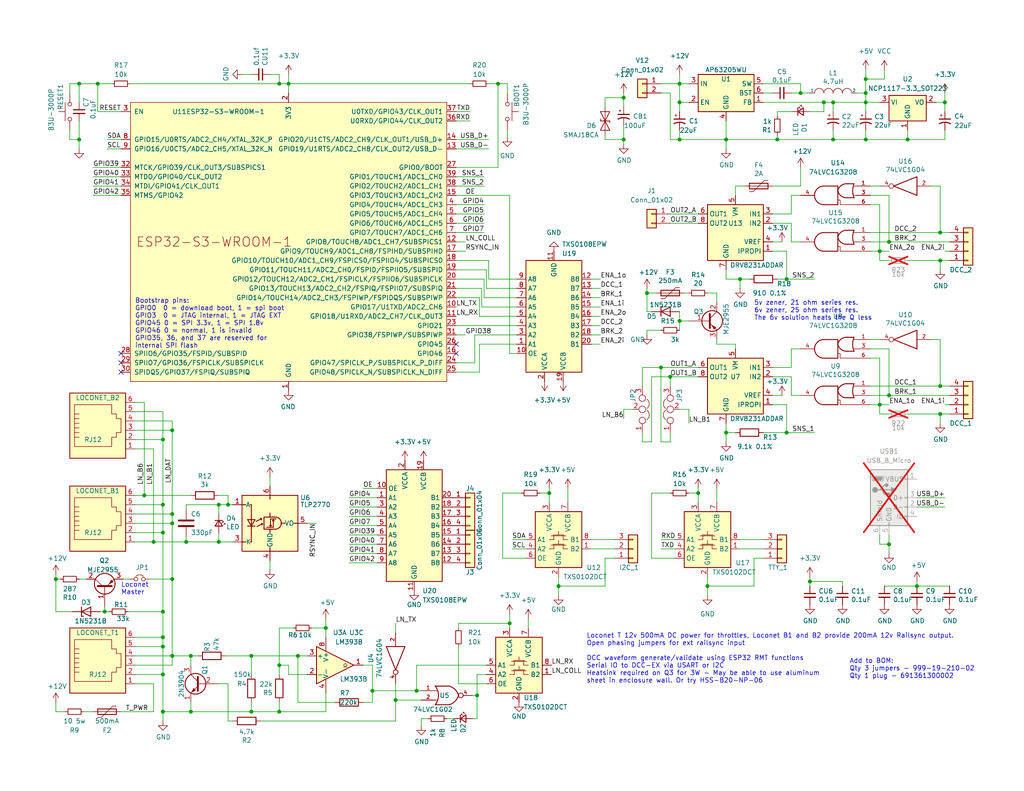
<source format=kicad_sch>
(kicad_sch (version 20230121) (generator eeschema)
  (paper "A")
  (title_block (title "DCC-EX Loconet Driver") (date "2023-10-04") (rev "04"))
  (lib_symbols
    (symbol "Connector:RJ12" (pin_names (offset 1.016))
      (property "Reference" "J" (at -5.08 11.43 0))
      (property "Value" "RJ12" (at 2.54 11.43 0))
      (symbol "RJ12_1_1"
        (pin passive line (at 10.16 -5.08 180) (length 2.54) (name "~") (number "1"))
        (pin passive line (at 10.16 -2.54 180) (length 2.54) (name "~") (number "2"))
        (pin passive line (at 10.16 0 180) (length 2.54) (name "~") (number "3"))
        (pin passive line (at 10.16 2.54 180) (length 2.54) (name "~") (number "4"))
        (pin passive line (at 10.16 5.08 180) (length 2.54) (name "~") (number "5"))
        (pin passive line (at 10.16 7.62 180) (length 2.54) (name "~") (number "6"))
      )
    )
    (symbol "Connector:USB_B_Micro" (pin_names (offset 1.016))
      (property "Reference" "J" (at -5.08 11.43 0))
      (property "Value" "USB_B_Micro" (at -5.08 8.89 0))
      (symbol "USB_B_Micro_1_1"
        (pin power_out line (at 7.62 5.08 180) (length 2.54) (name "VBUS") (number "1"))
        (pin bidirectional line (at 7.62 -2.54 180) (length 2.54) (name "D-") (number "2"))
        (pin bidirectional line (at 7.62 0 180) (length 2.54) (name "D+") (number "3"))
        (pin passive line (at 7.62 -5.08 180) (length 2.54) (name "ID") (number "4"))
        (pin power_out line (at 0 -10.16 90) (length 2.54) (name "GND") (number "5"))
        (pin passive line (at -2.54 -10.16 90) (length 2.54) (name "Shield") (number "6"))
      )
    )
    (symbol "Connector_Generic:Conn_01x02" (pin_names (offset 1.016) hide)
      (property "Reference" "J" (at 0 2.54 0))
      (property "Value" "Conn_01x02" (at 0 -5.08 0))
      (symbol "Conn_01x02_1_1"
        (pin passive line (at -5.08 0 0) (length 3.81) (name "Pin_1") (number "1"))
        (pin passive line (at -5.08 -2.54 0) (length 3.81) (name "Pin_2") (number "2"))
      )
    )
    (symbol "Connector_Generic:Conn_01x03" (pin_names (offset 1.016) hide)
      (property "Reference" "J" (at 0 5.08 0))
      (property "Value" "Conn_01x03" (at 0 -5.08 0))
      (symbol "Conn_01x03_1_1"
        (pin passive line (at -5.08 2.54 0) (length 3.81) (name "Pin_1") (number "1"))
        (pin passive line (at -5.08 0 0) (length 3.81) (name "Pin_2") (number "2"))
        (pin passive line (at -5.08 -2.54 0) (length 3.81) (name "Pin_3") (number "3"))
      )
    )
    (symbol "Connector_Generic:Conn_01x04" (pin_names (offset 1.016) hide)
      (property "Reference" "J" (at 0 5.08 0))
      (property "Value" "Conn_01x04" (at 0 -7.62 0))
      (symbol "Conn_01x04_1_1"
        (pin passive line (at -5.08 2.54 0) (length 3.81) (name "Pin_1") (number "1"))
        (pin passive line (at -5.08 0 0) (length 3.81) (name "Pin_2") (number "2"))
        (pin passive line (at -5.08 -2.54 0) (length 3.81) (name "Pin_3") (number "3"))
        (pin passive line (at -5.08 -5.08 0) (length 3.81) (name "Pin_4") (number "4"))
      )
    )
    (symbol "DRV8231A-DRV_Lib_1"
      (property "Reference" "U7" (at 0 0 0))
      (property "Value" "DRV8231ADDAR " (at -6.35 -11.43 0))
      (symbol "DRV8231A-DRV_Lib_1_1_1"
        (pin output line (at -10.16 -7.62 0) (length 2.54) (name "IPROPI") (number "1"))
        (pin input line (at -10.16 0 0) (length 2.54) (name "IN2") (number "2"))
        (pin input line (at -10.16 2.54 0) (length 2.54) (name "IN1") (number "3"))
        (pin input line (at -10.16 -5.08 0) (length 2.54) (name "VREF") (number "4"))
        (pin power_in line (at 0 7.62 270) (length 2.54) (name "VM") (number "5"))
        (pin output line (at 10.16 2.54 180) (length 2.54) (name "OUT1") (number "6"))
        (pin power_in line (at 2.54 -12.7 90) (length 2.54) (name "GND") (number "7"))
        (pin output line (at 10.16 0 180) (length 2.54) (name "OUT2") (number "8"))
        (pin power_in line (at 5.08 -12.7 90) (length 2.54) hide (name "GND") (number "9"))
      )
    )
    (symbol "Device:C" (pin_numbers hide) (pin_names (offset 0.254))
      (property "Reference" "C" (at 0.635 2.54 0))
      (property "Value" "C" (at 0.635 -2.54 0))
      (symbol "C_1_1"
        (pin passive line (at 0 3.81 270) (length 2.794) (name "~") (number "1"))
        (pin passive line (at 0 -3.81 90) (length 2.794) (name "~") (number "2"))
      )
    )
    (symbol "Device:C_Polarized_Small_US" (pin_numbers hide) (pin_names (offset 0.254) hide)
      (property "Reference" "C" (at 0.254 1.778 0))
      (property "Value" "C_Polarized_Small_US" (at 0.254 -2.032 0))
      (symbol "C_Polarized_Small_US_1_1"
        (pin passive line (at 0 2.54 270) (length 2.032) (name "~") (number "1"))
        (pin passive line (at 0 -2.54 90) (length 2.032) (name "~") (number "2"))
      )
    )
    (symbol "Device:C_Small" (pin_numbers hide) (pin_names (offset 0.254) hide)
      (property "Reference" "C" (at 0.254 1.778 0))
      (property "Value" "C_Small" (at 0.254 -2.032 0))
      (symbol "C_Small_1_1"
        (pin passive line (at 0 2.54 270) (length 2.032) (name "~") (number "1"))
        (pin passive line (at 0 -2.54 90) (length 2.032) (name "~") (number "2"))
      )
    )
    (symbol "Device:D_Zener" (pin_numbers hide) (pin_names (offset 1.016) hide)
      (property "Reference" "D" (at 0 2.54 0))
      (property "Value" "D_Zener" (at 0 -2.54 0))
      (symbol "D_Zener_1_1"
        (pin passive line (at -3.81 0 0) (length 2.54) (name "K") (number "1"))
        (pin passive line (at 3.81 0 180) (length 2.54) (name "A") (number "2"))
      )
    )
    (symbol "Device:LED_Small" (pin_numbers hide) (pin_names (offset 0.254) hide)
      (property "Reference" "D" (at -1.27 3.175 0))
      (property "Value" "LED_Small" (at -4.445 -2.54 0))
      (symbol "LED_Small_1_1"
        (pin passive line (at -2.54 0 0) (length 1.778) (name "K") (number "1"))
        (pin passive line (at 2.54 0 180) (length 1.778) (name "A") (number "2"))
      )
    )
    (symbol "Device:Polyfuse" (pin_numbers hide) (pin_names (offset 0))
      (property "Reference" "F" (at -2.54 0 90))
      (property "Value" "Polyfuse" (at 2.54 0 90))
      (symbol "Polyfuse_1_1"
        (pin passive line (at 0 3.81 270) (length 1.27) (name "~") (number "1"))
        (pin passive line (at 0 -3.81 90) (length 1.27) (name "~") (number "2"))
      )
    )
    (symbol "Device:R" (pin_numbers hide) (pin_names (offset 0))
      (property "Reference" "R" (at 2.032 0 90))
      (property "Value" "R" (at 0 0 90))
      (symbol "R_1_1"
        (pin passive line (at 0 3.81 270) (length 1.27) (name "~") (number "1"))
        (pin passive line (at 0 -3.81 90) (length 1.27) (name "~") (number "2"))
      )
    )
    (symbol "Device:R_Small" (pin_numbers hide) (pin_names (offset 0.254) hide)
      (property "Reference" "R" (at 0.762 0.508 0))
      (property "Value" "R_Small" (at 0.762 -1.016 0))
      (symbol "R_Small_1_1"
        (pin passive line (at 0 2.54 270) (length 0.762) (name "~") (number "1"))
        (pin passive line (at 0 -2.54 90) (length 0.762) (name "~") (number "2"))
      )
    )
    (symbol "Diode:SMAJ18CA" (pin_numbers hide) (pin_names (offset 1.016) hide)
      (property "Reference" "D" (at 0 2.54 0))
      (property "Value" "SMAJ18CA" (at 0 -2.54 0))
      (symbol "SMAJ18CA_1_1"
        (pin passive line (at -3.81 0 0) (length 2.54) (name "A1") (number "1"))
        (pin passive line (at 3.81 0 180) (length 2.54) (name "A2") (number "2"))
      )
    )
    (symbol "Espressif:ESP32-S3-WROOM-1" (pin_names (offset 1.016))
      (property "Reference" "U" (at -43.18 43.18 0))
      (property "Value" "ESP32-S3-WROOM-1" (at -43.18 40.64 0))
      (symbol "ESP32-S3-WROOM-1_0_0"
        (text "ESP32-S3-WROOM-1" (at -20.32 0 0) (effects (font (size 2.54 2.54))))
        (pin power_in line (at 0 -40.64 90) (length 2.54) (name "GND") (number "1"))
        (pin bidirectional line (at 45.72 -17.78 180) (length 2.54) (name "GPIO17/U1TXD/ADC2_CH6") (number "10"))
        (pin bidirectional line (at 45.72 -20.32 180) (length 2.54) (name "GPIO18/U1RXD/ADC2_CH7/CLK_OUT3") (number "11"))
        (pin bidirectional line (at 45.72 0 180) (length 2.54) (name "GPIO8/TOUCH8/ADC1_CH7/SUBSPICS1") (number "12"))
        (pin bidirectional line (at 45.72 25.4 180) (length 2.54) (name "GPIO19/U1RTS/ADC2_CH8/CLK_OUT2/USB_D-") (number "13"))
        (pin bidirectional line (at 45.72 27.94 180) (length 2.54) (name "GPIO20/U1CTS/ADC2_CH9/CLK_OUT1/USB_D+") (number "14"))
        (pin bidirectional line (at 45.72 12.7 180) (length 2.54) (name "GPIO3/TOUCH3/ADC1_CH2") (number "15"))
        (pin bidirectional line (at 45.72 -30.48 180) (length 2.54) (name "GPIO46") (number "16"))
        (pin bidirectional line (at 45.72 -2.54 180) (length 2.54) (name "GPIO9/TOUCH9/ADC1_CH8/FSPIHD/SUBSPIHD") (number "17"))
        (pin bidirectional line (at 45.72 -5.08 180) (length 2.54) (name "GPIO10/TOUCH10/ADC1_CH9/FSPICS0/FSPIIO4/SUBSPICS0") (number "18"))
        (pin bidirectional line (at 45.72 -7.62 180) (length 2.54) (name "GPIO11/TOUCH11/ADC2_CH0/FSPID/FSPIIO5/SUBSPID") (number "19"))
        (pin power_in line (at 0 40.64 270) (length 2.54) (name "3V3") (number "2"))
        (pin bidirectional line (at 45.72 -10.16 180) (length 2.54) (name "GPIO12/TOUCH12/ADC2_CH1/FSPICLK/FSPIIO6/SUBSPICLK") (number "20"))
        (pin bidirectional line (at 45.72 -12.7 180) (length 2.54) (name "GPIO13/TOUCH13/ADC2_CH2/FSPIQ/FSPIIO7/SUBSPIQ") (number "21"))
        (pin bidirectional line (at 45.72 -15.24 180) (length 2.54) (name "GPIO14/TOUCH14/ADC2_CH3/FSPIWP/FSPIDQS/SUBSPIWP") (number "22"))
        (pin bidirectional line (at 45.72 -22.86 180) (length 2.54) (name "GPIO21") (number "23"))
        (pin bidirectional line (at 45.72 -33.02 180) (length 2.54) (name "GPIO47/SPICLK_P/SUBSPICLK_P_DIFF") (number "24"))
        (pin bidirectional line (at 45.72 -35.56 180) (length 2.54) (name "GPIO48/SPICLK_N/SUBSPICLK_N_DIFF") (number "25"))
        (pin bidirectional line (at 45.72 -27.94 180) (length 2.54) (name "GPIO45") (number "26"))
        (pin bidirectional line (at 45.72 20.32 180) (length 2.54) (name "GPIO0/BOOT") (number "27"))
        (pin bidirectional line (at -45.72 -30.48 0) (length 2.54) (name "SPIIO6/GPIO35/FSPID/SUBSPID") (number "28"))
        (pin bidirectional line (at -45.72 -33.02 0) (length 2.54) (name "SPIIO7/GPIO36/FSPICLK/SUBSPICLK") (number "29"))
        (pin input line (at -45.72 35.56 0) (length 2.54) (name "EN") (number "3"))
        (pin bidirectional line (at -45.72 -35.56 0) (length 2.54) (name "SPIDQS/GPIO37/FSPIQ/SUBSPIQ") (number "30"))
        (pin bidirectional line (at 45.72 -25.4 180) (length 2.54) (name "GPIO38/FSPIWP/SUBSPIWP") (number "31"))
        (pin bidirectional line (at -45.72 20.32 0) (length 2.54) (name "MTCK/GPIO39/CLK_OUT3/SUBSPICS1") (number "32"))
        (pin bidirectional line (at -45.72 17.78 0) (length 2.54) (name "MTDO/GPIO40/CLK_OUT2") (number "33"))
        (pin bidirectional line (at -45.72 15.24 0) (length 2.54) (name "MTDI/GPIO41/CLK_OUT1") (number "34"))
        (pin bidirectional line (at -45.72 12.7 0) (length 2.54) (name "MTMS/GPIO42") (number "35"))
        (pin bidirectional line (at 45.72 33.02 180) (length 2.54) (name "U0RXD/GPIO44/CLK_OUT2") (number "36"))
        (pin bidirectional line (at 45.72 35.56 180) (length 2.54) (name "U0TXD/GPIO43/CLK_OUT1") (number "37"))
        (pin bidirectional line (at 45.72 15.24 180) (length 2.54) (name "GPIO2/TOUCH2/ADC1_CH1") (number "38"))
        (pin bidirectional line (at 45.72 17.78 180) (length 2.54) (name "GPIO1/TOUCH1/ADC1_CH0") (number "39"))
        (pin bidirectional line (at 45.72 10.16 180) (length 2.54) (name "GPIO4/TOUCH4/ADC1_CH3") (number "4"))
        (pin passive line (at 0 -40.64 90) (length 2.54) hide (name "GND") (number "40"))
        (pin passive line (at 0 -40.64 90) (length 2.54) hide (name "GND") (number "41"))
        (pin bidirectional line (at 45.72 7.62 180) (length 2.54) (name "GPIO5/TOUCH5/ADC1_CH4") (number "5"))
        (pin bidirectional line (at 45.72 5.08 180) (length 2.54) (name "GPIO6/TOUCH6/ADC1_CH5") (number "6"))
        (pin bidirectional line (at 45.72 2.54 180) (length 2.54) (name "GPIO7/TOUCH7/ADC1_CH6") (number "7"))
        (pin bidirectional line (at -45.72 27.94 0) (length 2.54) (name "GPIO15/U0RTS/ADC2_CH4/XTAL_32K_P") (number "8"))
        (pin bidirectional line (at -45.72 25.4 0) (length 2.54) (name "GPIO16/U0CTS/ADC2_CH5/XTAL_32K_N") (number "9"))
      )
    )
    (symbol "Isolator:TLP2770" (pin_names (offset 1.016))
      (property "Reference" "U4" (at 8.89 5.08 0))
      (property "Value" "TLP2770" (at 8.89 2.54 0))
      (symbol "TLP2770_1_1"
        (pin passive line (at -10.16 5.08 0) (length 2.54) (name "A") (number "1"))
        (pin no_connect line (at -7.62 0 0) (length 2.54) hide (name "NC") (number "2"))
        (pin passive line (at -10.16 -5.08 0) (length 2.54) (name "K") (number "3"))
        (pin power_in line (at 0 -10.16 90) (length 2.54) (name "GND") (number "4"))
        (pin output line (at 10.16 0 180) (length 2.54) (name "VO") (number "5"))
        (pin power_in line (at 0 10.16 270) (length 2.54) (name "") (number "6"))
      )
    )
    (symbol "Loconet DCC Interface ESP32-rescue:74AHC1G04-74xGxx" (pin_names (offset 1.016))
      (property "Reference" "U4" (at -0.635 6.7818 0))
      (property "Value" "74AHC1G04" (at -0.635 4.4704 0))
      (symbol "74AHC1G04-74xGxx_1_1"
        (pin input line (at -7.62 0 0) (length 3.81) (name "~") (number "2"))
        (pin power_in line (at 0 -2.54 270) (length 0) hide (name "GND") (number "3"))
        (pin output inverted (at 6.35 0 180) (length 3.81) (name "~") (number "4"))
        (pin power_in line (at 0 2.54 90) (length 0) hide (name "+5V") (number "5"))
      )
    )
    (symbol "Loconet DCC Interface ESP32-rescue:74AHCT1G02-74xGxx" (pin_names (offset 1.016))
      (property "Reference" "U5" (at -0.635 6.7818 0))
      (property "Value" "74AHCT1G02" (at -0.635 4.4704 0))
      (symbol "74AHCT1G02-74xGxx_1_1"
        (pin input line (at -7.62 1.27 0) (length 3.81) (name "~") (number "1"))
        (pin input line (at -7.62 -1.27 0) (length 3.81) (name "~") (number "2"))
        (pin power_in line (at 0 -2.54 270) (length 0) hide (name "GND") (number "3"))
        (pin output inverted (at 6.35 0 180) (length 3.81) (name "~") (number "4"))
        (pin power_in line (at 0 2.54 90) (length 0) hide (name "+5V") (number "5"))
      )
    )
    (symbol "Loconet DCC Interface ESP32-rescue:DRV8231A-DRV_Lib"
      (property "Reference" "U13" (at 0 0 0))
      (property "Value" "DRV8231ADDAR " (at -6.35 -11.43 0))
      (symbol "DRV8231A-DRV_Lib_1_1"
        (pin output line (at -10.16 -7.62 0) (length 2.54) (name "IPROPI") (number "1"))
        (pin input line (at -10.16 0 0) (length 2.54) (name "IN2") (number "2"))
        (pin input line (at -10.16 2.54 0) (length 2.54) (name "IN1") (number "3"))
        (pin input line (at -10.16 -5.08 0) (length 2.54) (name "VREF") (number "4"))
        (pin power_in line (at 0 7.62 270) (length 2.54) (name "VM") (number "5"))
        (pin output line (at 10.16 2.54 180) (length 2.54) (name "OUT1") (number "6"))
        (pin power_in line (at 2.54 -12.7 90) (length 2.54) (name "GND") (number "7"))
        (pin output line (at 10.16 0 180) (length 2.54) (name "OUT2") (number "8"))
        (pin power_in line (at 5.08 -12.7 90) (length 2.54) hide (name "GND") (number "9"))
      )
    )
    (symbol "Loconet DCC Interface ESP32-rescue:Jumper_NC_Dual-Device" (pin_names (offset 0.762) hide)
      (property "Reference" "JP" (at 1.27 -2.54 0))
      (property "Value" "Device_Jumper_NC_Dual" (at 0 2.54 0))
      (symbol "Jumper_NC_Dual-Device_0_1"
        (pin passive line (at -6.35 0 0) (length 2.413) (name "1") (number "1"))
        (pin passive line (at 0 -2.54 90) (length 1.524) (name "2") (number "2"))
        (pin passive line (at 6.35 0 180) (length 2.413) (name "3") (number "3"))
      )
    )
    (symbol "Loconet DCC Interface ESP32-rescue:Jumper_NC_Small-Device" (pin_numbers hide) (pin_names (offset 0.762) hide)
      (property "Reference" "JP" (at 0 2.032 0))
      (property "Value" "Device_Jumper_NC_Small" (at 0.254 -1.524 0))
      (symbol "Jumper_NC_Small-Device_0_1"
        (pin passive line (at -2.54 0 0) (length 1.016) (name "1") (number "1"))
        (pin passive line (at 2.54 0 180) (length 1.016) (name "2") (number "2"))
      )
    )
    (symbol "Loconet DCC Interface ESP32-rescue:LM393-Comparator" (pin_names (offset 0.127))
      (property "Reference" "U" (at 3.81 3.81 0))
      (property "Value" "Comparator_LM393" (at 6.35 -3.81 0))
      (symbol "LM393-Comparator_1_1"
        (pin open_collector line (at 7.62 0 180) (length 2.54) (name "~") (number "1"))
        (pin input line (at -7.62 -2.54 0) (length 2.54) (name "-") (number "2"))
        (pin input line (at -7.62 2.54 0) (length 2.54) (name "+") (number "3"))
      )
      (symbol "LM393-Comparator_2_1"
        (pin input line (at -7.62 2.54 0) (length 2.54) (name "+") (number "5"))
        (pin input line (at -7.62 -2.54 0) (length 2.54) (name "_") (number "6"))
        (pin open_collector line (at 7.62 0 180) (length 2.54) (name "~") (number "7"))
      )
      (symbol "LM393-Comparator_3_1"
        (pin power_in line (at -2.54 -7.62 90) (length 3.81) (name "V-") (number "4"))
        (pin power_in line (at -2.54 7.62 270) (length 3.81) (name "V+") (number "8"))
      )
    )
    (symbol "Loconet DCC Interface-rescue:74AHC1G04-74xGxx" (pin_names (offset 1.016))
      (property "Reference" "U" (at -2.54 3.81 0))
      (property "Value" "74xGxx_74AHC1G04" (at 0 -3.81 0))
      (symbol "74AHC1G04-74xGxx_1_1"
        (pin input line (at -7.62 0 0) (length 3.81) (name "~") (number "2"))
        (pin power_in line (at 0 -2.54 270) (length 0) hide (name "GND") (number "3"))
        (pin output inverted (at 6.35 0 180) (length 3.81) (name "~") (number "4"))
        (pin power_in line (at 0 2.54 90) (length 0) hide (name "VCC") (number "5"))
      )
    )
    (symbol "Loconet DCC Interface-rescue:74LVC1G3208-74xGxx" (pin_names (offset 1.016))
      (property "Reference" "U" (at -3.81 5.08 0))
      (property "Value" "74xGxx_74LVC1G3208" (at 0 -3.81 0))
      (symbol "74LVC1G3208-74xGxx_1_1"
        (pin input line (at -8.89 2.54 0) (length 3.81) (name "~") (number "1"))
        (pin power_in line (at 3.81 -2.54 270) (length 0) hide (name "GND") (number "2"))
        (pin input line (at -8.89 0 0) (length 3.81) (name "~") (number "3"))
        (pin output line (at 10.16 0 180) (length 3.81) (name "~") (number "4"))
        (pin power_in line (at 3.81 2.54 90) (length 0) hide (name "VCC") (number "5"))
        (pin input line (at -8.89 -2.54 0) (length 3.81) (name "~") (number "6"))
      )
    )
    (symbol "Logic_LevelTranslator:TXS0108EPW"
      (property "Reference" "U" (at -6.35 16.51 0))
      (property "Value" "TXS0108EPW" (at 3.81 16.51 0))
      (symbol "TXS0108EPW_1_1"
        (pin bidirectional line (at -10.16 7.62 0) (length 2.54) (name "A1") (number "1"))
        (pin input line (at -10.16 10.16 0) (length 2.54) (name "OE") (number "10"))
        (pin power_in line (at 0 -17.78 90) (length 2.54) (name "GND") (number "11"))
        (pin bidirectional line (at 10.16 -10.16 180) (length 2.54) (name "B8") (number "12"))
        (pin bidirectional line (at 10.16 -7.62 180) (length 2.54) (name "B7") (number "13"))
        (pin bidirectional line (at 10.16 -5.08 180) (length 2.54) (name "B6") (number "14"))
        (pin bidirectional line (at 10.16 -2.54 180) (length 2.54) (name "B5") (number "15"))
        (pin bidirectional line (at 10.16 0 180) (length 2.54) (name "B4") (number "16"))
        (pin bidirectional line (at 10.16 2.54 180) (length 2.54) (name "B3") (number "17"))
        (pin bidirectional line (at 10.16 5.08 180) (length 2.54) (name "B2") (number "18"))
        (pin power_in line (at 2.54 17.78 270) (length 2.54) (name "VCCB") (number "19"))
        (pin power_in line (at -2.54 17.78 270) (length 2.54) (name "VCCA") (number "2"))
        (pin bidirectional line (at 10.16 7.62 180) (length 2.54) (name "B1") (number "20"))
        (pin bidirectional line (at -10.16 5.08 0) (length 2.54) (name "A2") (number "3"))
        (pin bidirectional line (at -10.16 2.54 0) (length 2.54) (name "A3") (number "4"))
        (pin bidirectional line (at -10.16 0 0) (length 2.54) (name "A4") (number "5"))
        (pin bidirectional line (at -10.16 -2.54 0) (length 2.54) (name "A5") (number "6"))
        (pin bidirectional line (at -10.16 -5.08 0) (length 2.54) (name "A6") (number "7"))
        (pin bidirectional line (at -10.16 -7.62 0) (length 2.54) (name "A7") (number "8"))
        (pin bidirectional line (at -10.16 -10.16 0) (length 2.54) (name "A8") (number "9"))
      )
    )
    (symbol "Motor Shield Adapter-rescue:INDUCTOR-pspice" (pin_numbers hide) (pin_names (offset 0))
      (property "Reference" "L" (at 0 2.54 0))
      (property "Value" "pspice_INDUCTOR" (at 0 -1.27 0))
      (symbol "INDUCTOR-pspice_1_1"
        (pin input line (at -6.35 0 0) (length 1.27) (name "1") (number "1"))
        (pin input line (at 6.35 0 180) (length 1.27) (name "2") (number "2"))
      )
    )
    (symbol "Regulator_Linear:NCP1117-3.3_SOT223"
      (property "Reference" "U" (at -3.81 3.175 0))
      (property "Value" "NCP1117-3.3_SOT223" (at 0 3.175 0))
      (symbol "NCP1117-3.3_SOT223_1_1"
        (pin power_in line (at 0 -7.62 90) (length 2.54) (name "GND") (number "1"))
        (pin power_out line (at 7.62 0 180) (length 2.54) (name "VO") (number "2"))
        (pin power_in line (at -7.62 0 0) (length 2.54) (name "VI") (number "3"))
      )
    )
    (symbol "Regulator_Switching:AP63205WU"
      (property "Reference" "U" (at -7.62 6.35 0))
      (property "Value" "AP63205WU" (at 2.54 6.35 0))
      (symbol "AP63205WU_1_1"
        (pin input line (at 10.16 -2.54 180) (length 2.54) (name "FB") (number "1"))
        (pin input line (at -10.16 -2.54 0) (length 2.54) (name "EN") (number "2"))
        (pin power_in line (at -10.16 2.54 0) (length 2.54) (name "IN") (number "3"))
        (pin power_in line (at 0 -7.62 90) (length 2.54) (name "GND") (number "4"))
        (pin output line (at 10.16 2.54 180) (length 2.54) (name "SW") (number "5"))
        (pin passive line (at 10.16 0 180) (length 2.54) (name "BST") (number "6"))
      )
    )
    (symbol "Smaller_Symbols:TXS0102DCT"
      (property "Reference" "U12" (at 6.35 -3.81 0))
      (property "Value" "TXS0102DCT" (at 0 -6.35 0))
      (symbol "TXS0102DCT_1_1"
        (pin bidirectional line (at 8.89 0 180) (length 2.54) (name "B2") (number "1"))
        (pin power_in line (at 0 -7.62 90) (length 2.54) (name "GND") (number "2"))
        (pin power_in line (at -2.54 12.7 270) (length 2.54) (name "VCCA") (number "3"))
        (pin bidirectional line (at -8.89 0 0) (length 2.54) (name "A2") (number "4"))
        (pin bidirectional line (at -8.89 2.54 0) (length 2.54) (name "A1") (number "5"))
        (pin input line (at -8.89 -2.54 0) (length 2.54) (name "OE") (number "6"))
        (pin power_in line (at 2.54 12.7 270) (length 2.54) (name "VCCB") (number "7"))
        (pin bidirectional line (at 8.89 2.54 180) (length 2.54) (name "B1") (number "8"))
      )
    )
    (symbol "Switch:SW_Push" (pin_numbers hide) (pin_names (offset 1.016) hide)
      (property "Reference" "SW" (at 1.27 2.54 0))
      (property "Value" "SW_Push" (at 0 -1.524 0))
      (symbol "SW_Push_0_1"
        (pin passive line (at -5.08 0 0) (length 2.54) (name "1") (number "1"))
        (pin passive line (at 5.08 0 180) (length 2.54) (name "2") (number "2"))
      )
    )
    (symbol "Transistor_BJT:2N3904" (pin_names (offset 0) hide)
      (property "Reference" "Q" (at 5.08 1.905 0))
      (property "Value" "2N3904" (at 5.08 0 0))
      (symbol "2N3904_1_1"
        (pin passive line (at 2.54 -5.08 90) (length 2.54) (name "E") (number "1"))
        (pin passive line (at -5.08 0 0) (length 5.715) (name "B") (number "2"))
        (pin passive line (at 2.54 5.08 270) (length 2.54) (name "C") (number "3"))
      )
    )
    (symbol "Transistor_BJT:TIP2955" (pin_names (offset 0) hide)
      (property "Reference" "Q" (at 5.08 1.905 0))
      (property "Value" "TIP2955" (at 5.08 0 0))
      (symbol "TIP2955_1_1"
        (pin input line (at -5.08 0 0) (length 5.715) (name "B") (number "1"))
        (pin passive line (at 2.54 5.08 270) (length 2.54) (name "C") (number "2"))
        (pin passive line (at 2.54 -5.08 90) (length 2.54) (name "E") (number "3"))
      )
    )
    (symbol "power:+12V" (power) (pin_names (offset 0))
      (property "Value" "+12V" (at 0 3.556 0))
      (symbol "+12V_1_1"
        (pin power_in line (at 0 0 90) (length 0) hide (name "+12V") (number "1"))
      )
    )
    (symbol "power:+3.3V" (power) (pin_names (offset 0))
      (property "Value" "+3.3V" (at 0 3.556 0))
      (symbol "+3.3V_1_1"
        (pin power_in line (at 0 0 90) (length 0) hide (name "+3.3V") (number "1"))
      )
    )
    (symbol "power:+5V" (power) (pin_names (offset 0))
      (property "Value" "+5V" (at 0 3.556 0))
      (symbol "+5V_1_1"
        (pin power_in line (at 0 0 90) (length 0) hide (name "+5V") (number "1"))
      )
    )
    (symbol "power:GND" (power) (pin_names (offset 0))
      (property "Value" "GND" (at 0 -3.81 0))
      (symbol "GND_1_1"
        (pin power_in line (at 0 0 270) (length 0) hide (name "GND") (number "1"))
      )
    )
    (symbol "power:VCC" (power) (pin_names (offset 0))
      (property "Value" "VCC" (at 0 3.81 0))
      (symbol "VCC_1_1"
        (pin power_in line (at 0 0 90) (length 0) hide (name "VCC") (number "1"))
      )
    )
  )
  (junction (at 76.2 22.86))
  (junction (at 256.54 105.41))
  (junction (at 198.12 38.1))
  (junction (at 220.98 158.75))
  (junction (at 44.45 173.99))
  (junction (at 44.45 145.415))
  (junction (at 256.54 63.5))
  (junction (at 46.99 142.875))
  (junction (at 170.18 26.67))
  (junction (at 242.57 107.95))
  (junction (at 180.34 100.33))
  (junction (at 44.45 194.31))
  (junction (at 52.07 179.07))
  (junction (at 81.28 179.07))
  (junction (at 44.45 120.015))
  (junction (at 44.45 176.53))
  (junction (at 135.89 22.86))
  (junction (at 227.33 27.94))
  (junction (at 28.575 167.005))
  (junction (at 26.67 22.86))
  (junction (at 62.23 137.795))
  (junction (at 170.18 38.1))
  (junction (at 201.93 76.2))
  (junction (at 247.65 38.1))
  (junction (at 236.22 38.1))
  (junction (at 227.33 38.1))
  (junction (at 256.54 113.03))
  (junction (at 76.2 181.61))
  (junction (at 185.42 87.63))
  (junction (at 152.4 160.02))
  (junction (at 236.22 27.94))
  (junction (at 182.88 102.87))
  (junction (at 101.6 188.595))
  (junction (at 59.69 137.795))
  (junction (at 44.45 167.005))
  (junction (at 76.2 194.31))
  (junction (at 242.57 148.59))
  (junction (at 44.45 137.795))
  (junction (at 68.58 179.07))
  (junction (at 15.24 158.115))
  (junction (at 198.12 118.11))
  (junction (at 46.99 117.475))
  (junction (at 130.175 189.865))
  (junction (at 46.99 140.335))
  (junction (at 21.59 38.1))
  (junction (at 176.53 80.01))
  (junction (at 185.42 22.86))
  (junction (at 250.19 160.02))
  (junction (at 113.665 188.595))
  (junction (at 185.42 38.1))
  (junction (at 44.45 184.15))
  (junction (at 78.74 22.86))
  (junction (at 257.81 27.94))
  (junction (at 41.91 147.955))
  (junction (at 46.99 158.115))
  (junction (at 68.58 194.31))
  (junction (at 139.065 170.18))
  (junction (at 185.42 27.94))
  (junction (at 46.99 179.07))
  (junction (at 242.57 66.04))
  (junction (at 212.09 38.1))
  (junction (at 214.63 76.2))
  (junction (at 240.03 68.58))
  (junction (at 236.22 21.59))
  (junction (at 52.07 194.31))
  (junction (at 149.86 134.62))
  (junction (at 50.8 147.955))
  (junction (at 224.79 27.94))
  (junction (at 21.59 22.86))
  (junction (at 236.22 25.4))
  (junction (at 39.37 135.255))
  (junction (at 107.95 191.135))
  (junction (at 214.63 118.11))
  (junction (at 59.69 147.955))
  (junction (at 190.5 134.62))
  (junction (at 88.9 171.45))
  (junction (at 218.44 25.4))
  (junction (at 240.03 110.49))
  (junction (at 256.54 71.12))
  (junction (at 193.04 160.02))
  (no_connect (at 33.02 96.52))
  (no_connect (at 33.02 99.06))
  (no_connect (at 124.46 96.52))
  (no_connect (at 33.02 101.6))
  (no_connect (at 124.46 93.98))
  (wire (pts (xy 254 92.71) (xy 256.54 92.71)))
  (wire (pts (xy 99.06 133.35) (xy 102.87 133.35)))
  (wire (pts (xy 107.95 186.69) (xy 107.95 191.135)))
  (wire (pts (xy 50.8 139.065) (xy 50.8 137.795)))
  (wire (pts (xy 52.07 191.77) (xy 52.07 194.31)))
  (wire (pts (xy 124.46 81.28) (xy 130.81 81.28)))
  (wire (pts (xy 198.12 118.11) (xy 198.12 115.57)))
  (wire (pts (xy 124.46 58.42) (xy 132.08 58.42)))
  (wire (pts (xy 175.26 120.65) (xy 175.26 118.11)))
  (wire (pts (xy 250.19 135.89) (xy 257.81 135.89)))
  (wire (pts (xy 130.81 101.6) (xy 124.46 101.6)))
  (wire (pts (xy 26.67 22.86) (xy 30.48 22.86)))
  (wire (pts (xy 205.74 152.4) (xy 208.28 152.4)))
  (wire (pts (xy 215.9 102.87) (xy 215.9 107.95)))
  (wire (pts (xy 184.15 152.4) (xy 177.8 152.4)))
  (wire (pts (xy 170.18 26.67) (xy 170.18 29.21)))
  (wire (pts (xy 36.83 135.255) (xy 39.37 135.255)))
  (wire (pts (xy 91.44 191.77) (xy 81.28 191.77)))
  (wire (pts (xy 208.28 118.11) (xy 214.63 118.11)))
  (wire (pts (xy 59.69 145.415) (xy 59.69 147.955)))
  (wire (pts (xy 242.57 113.03) (xy 240.03 113.03)))
  (wire (pts (xy 19.685 167.005) (xy 15.24 167.005)))
  (wire (pts (xy 220.98 30.48) (xy 224.79 30.48)))
  (wire (pts (xy 44.45 120.015) (xy 44.45 137.795)))
  (wire (pts (xy 83.82 184.15) (xy 78.74 184.15)))
  (wire (pts (xy 107.95 172.72) (xy 107.95 170.18)))
  (wire (pts (xy 185.42 20.32) (xy 185.42 22.86)))
  (wire (pts (xy 256.54 63.5) (xy 259.08 63.5)))
  (wire (pts (xy 176.53 80.01) (xy 176.53 85.09)))
  (wire (pts (xy 257.81 30.48) (xy 257.81 27.94)))
  (wire (pts (xy 165.1 152.4) (xy 167.64 152.4)))
  (wire (pts (xy 28.575 165.735) (xy 28.575 167.005)))
  (wire (pts (xy 68.58 20.32) (xy 66.04 20.32)))
  (wire (pts (xy 215.9 95.25) (xy 218.44 95.25)))
  (wire (pts (xy 62.23 137.795) (xy 59.69 137.795)))
  (wire (pts (xy 35.56 22.86) (xy 76.2 22.86)))
  (wire (pts (xy 242.57 53.34) (xy 242.57 66.04)))
  (wire (pts (xy 165.1 36.83) (xy 165.1 38.1)))
  (wire (pts (xy 124.46 33.02) (xy 128.27 33.02)))
  (wire (pts (xy 131.445 78.74) (xy 124.46 78.74)))
  (wire (pts (xy 195.58 82.55) (xy 195.58 80.01)))
  (wire (pts (xy 187.96 134.62) (xy 190.5 134.62)))
  (wire (pts (xy 215.9 95.25) (xy 215.9 100.33)))
  (wire (pts (xy 182.88 60.96) (xy 190.5 60.96)))
  (wire (pts (xy 36.83 179.07) (xy 46.99 179.07)))
  (wire (pts (xy 212.09 30.48) (xy 212.09 31.75)))
  (wire (pts (xy 44.45 173.99) (xy 44.45 176.53)))
  (wire (pts (xy 170.18 25.4) (xy 170.18 26.67)))
  (wire (pts (xy 130.175 184.15) (xy 132.715 184.15)))
  (wire (pts (xy 242.57 148.59) (xy 242.57 151.13)))
  (wire (pts (xy 215.9 60.96) (xy 215.9 66.04)))
  (wire (pts (xy 85.09 171.45) (xy 88.9 171.45)))
  (wire (pts (xy 52.07 179.07) (xy 52.07 181.61)))
  (wire (pts (xy 62.23 186.69) (xy 59.69 186.69)))
  (wire (pts (xy 176.53 85.09) (xy 177.8 85.09)))
  (wire (pts (xy 200.66 50.8) (xy 200.66 53.34)))
  (wire (pts (xy 218.44 25.4) (xy 220.98 25.4)))
  (wire (pts (xy 130.175 196.215) (xy 130.175 189.865)))
  (wire (pts (xy 210.82 25.4) (xy 208.28 25.4)))
  (wire (pts (xy 78.74 22.86) (xy 128.27 22.86)))
  (wire (pts (xy 165.1 38.1) (xy 170.18 38.1)))
  (wire (pts (xy 210.82 110.49) (xy 214.63 110.49)))
  (wire (pts (xy 26.67 30.48) (xy 33.02 30.48)))
  (wire (pts (xy 139.065 171.45) (xy 139.065 170.18)))
  (wire (pts (xy 139.065 170.18) (xy 125.095 170.18)))
  (wire (pts (xy 177.8 102.87) (xy 177.8 120.65)))
  (wire (pts (xy 36.83 184.15) (xy 44.45 184.15)))
  (wire (pts (xy 124.46 91.44) (xy 127 91.44)))
  (wire (pts (xy 256.54 113.03) (xy 256.54 115.57)))
  (wire (pts (xy 177.8 120.65) (xy 175.26 120.65)))
  (wire (pts (xy 185.42 35.56) (xy 185.42 38.1)))
  (wire (pts (xy 240.03 97.79) (xy 240.03 110.49)))
  (wire (pts (xy 229.87 158.75) (xy 220.98 158.75)))
  (wire (pts (xy 133.35 22.86) (xy 135.89 22.86)))
  (wire (pts (xy 19.05 22.86) (xy 21.59 22.86)))
  (wire (pts (xy 259.08 113.03) (xy 256.54 113.03)))
  (wire (pts (xy 124.46 50.8) (xy 132.08 50.8)))
  (wire (pts (xy 15.24 156.845) (xy 15.24 158.115)))
  (wire (pts (xy 242.57 146.05) (xy 242.57 148.59)))
  (wire (pts (xy 44.45 137.795) (xy 44.45 145.415)))
  (wire (pts (xy 124.46 45.72) (xy 135.89 45.72)))
  (wire (pts (xy 210.82 58.42) (xy 215.9 58.42)))
  (wire (pts (xy 257.81 35.56) (xy 257.81 38.1)))
  (wire (pts (xy 182.88 25.4) (xy 182.88 38.1)))
  (wire (pts (xy 34.925 167.005) (xy 44.45 167.005)))
  (wire (pts (xy 102.87 135.89) (xy 95.25 135.89)))
  (wire (pts (xy 190.5 134.62) (xy 190.5 137.16)))
  (wire (pts (xy 161.29 91.44) (xy 163.83 91.44)))
  (wire (pts (xy 170.18 34.29) (xy 170.18 38.1)))
  (wire (pts (xy 140.97 91.44) (xy 129.54 91.44)))
  (wire (pts (xy 19.05 25.4) (xy 19.05 22.86)))
  (wire (pts (xy 236.22 21.59) (xy 236.22 25.4)))
  (wire (pts (xy 201.93 149.86) (xy 208.28 149.86)))
  (wire (pts (xy 247.65 38.1) (xy 236.22 38.1)))
  (wire (pts (xy 44.45 112.395) (xy 44.45 120.015)))
  (wire (pts (xy 161.29 93.98) (xy 163.83 93.98)))
  (wire (pts (xy 137.16 134.62) (xy 137.16 152.4)))
  (wire (pts (xy 131.445 83.82) (xy 131.445 78.74)))
  (wire (pts (xy 198.12 38.1) (xy 198.12 40.64)))
  (wire (pts (xy 218.44 45.72) (xy 218.44 50.8)))
  (wire (pts (xy 240.03 148.59) (xy 242.57 148.59)))
  (wire (pts (xy 36.83 142.875) (xy 46.99 142.875)))
  (wire (pts (xy 59.69 137.795) (xy 59.69 140.335)))
  (wire (pts (xy 240.03 55.88) (xy 240.03 68.58)))
  (wire (pts (xy 129.54 99.06) (xy 124.46 99.06)))
  (wire (pts (xy 185.42 85.09) (xy 185.42 87.63)))
  (wire (pts (xy 214.63 68.58) (xy 214.63 76.2)))
  (wire (pts (xy 36.83 140.335) (xy 46.99 140.335)))
  (wire (pts (xy 101.6 188.595) (xy 101.6 181.61)))
  (wire (pts (xy 29.845 167.005) (xy 28.575 167.005)))
  (wire (pts (xy 177.8 134.62) (xy 182.88 134.62)))
  (wire (pts (xy 52.07 194.31) (xy 44.45 194.31)))
  (wire (pts (xy 180.34 100.33) (xy 180.34 120.65)))
  (wire (pts (xy 21.59 38.1) (xy 19.05 38.1)))
  (wire (pts (xy 201.93 147.32) (xy 208.28 147.32)))
  (wire (pts (xy 114.935 188.595) (xy 113.665 188.595)))
  (wire (pts (xy 227.33 35.56) (xy 227.33 38.1)))
  (wire (pts (xy 242.57 107.95) (xy 259.08 107.95)))
  (wire (pts (xy 161.29 81.28) (xy 163.83 81.28)))
  (wire (pts (xy 144.145 168.91) (xy 144.145 171.45)))
  (wire (pts (xy 52.07 194.31) (xy 68.58 194.31)))
  (wire (pts (xy 36.83 112.395) (xy 44.45 112.395)))
  (wire (pts (xy 15.24 194.31) (xy 17.78 194.31)))
  (wire (pts (xy 236.22 30.48) (xy 236.22 27.94)))
  (wire (pts (xy 165.1 152.4) (xy 165.1 160.02)))
  (wire (pts (xy 132.715 78.74) (xy 132.715 73.66)))
  (wire (pts (xy 130.81 86.36) (xy 130.81 81.28)))
  (wire (pts (xy 78.74 22.86) (xy 78.74 25.4)))
  (wire (pts (xy 240.03 68.58) (xy 242.57 68.58)))
  (wire (pts (xy 198.12 120.65) (xy 198.12 118.11)))
  (wire (pts (xy 212.09 76.2) (xy 214.63 76.2)))
  (wire (pts (xy 138.43 35.56) (xy 138.43 37.465)))
  (wire (pts (xy 195.58 93.98) (xy 200.66 93.98)))
  (wire (pts (xy 229.87 160.02) (xy 229.87 158.75)))
  (wire (pts (xy 250.19 158.75) (xy 250.19 160.02)))
  (wire (pts (xy 180.34 147.32) (xy 184.15 147.32)))
  (wire (pts (xy 114.935 196.215) (xy 114.935 198.12)))
  (wire (pts (xy 128.905 196.215) (xy 130.175 196.215)))
  (wire (pts (xy 257.81 27.94) (xy 255.27 27.94)))
  (wire (pts (xy 212.09 36.83) (xy 212.09 38.1)))
  (wire (pts (xy 81.28 179.07) (xy 83.82 179.07)))
  (wire (pts (xy 46.99 117.475) (xy 46.99 140.335)))
  (wire (pts (xy 44.45 194.31) (xy 44.45 196.85)))
  (wire (pts (xy 138.43 22.86) (xy 138.43 25.4)))
  (wire (pts (xy 140.97 96.52) (xy 139.065 96.52)))
  (wire (pts (xy 200.66 50.8) (xy 203.2 50.8)))
  (wire (pts (xy 29.21 40.64) (xy 33.02 40.64)))
  (wire (pts (xy 257.81 68.58) (xy 259.08 68.58)))
  (wire (pts (xy 240.03 110.49) (xy 242.57 110.49)))
  (wire (pts (xy 88.9 189.23) (xy 88.9 194.31)))
  (wire (pts (xy 33.655 158.115) (xy 35.56 158.115)))
  (wire (pts (xy 29.21 38.1) (xy 33.02 38.1)))
  (wire (pts (xy 25.4 50.8) (xy 33.02 50.8)))
  (wire (pts (xy 212.09 38.1) (xy 227.33 38.1)))
  (wire (pts (xy 76.2 194.31) (xy 76.2 191.77)))
  (wire (pts (xy 198.12 76.2) (xy 198.12 73.66)))
  (wire (pts (xy 236.22 27.94) (xy 236.22 25.4)))
  (wire (pts (xy 201.93 76.2) (xy 204.47 76.2)))
  (wire (pts (xy 180.34 22.86) (xy 185.42 22.86)))
  (wire (pts (xy 21.59 22.86) (xy 21.59 27.94)))
  (wire (pts (xy 149.86 133.35) (xy 149.86 134.62)))
  (wire (pts (xy 182.88 102.87) (xy 182.88 105.41)))
  (wire (pts (xy 101.6 191.77) (xy 101.6 188.595)))
  (wire (pts (xy 78.74 20.32) (xy 78.74 22.86)))
  (wire (pts (xy 95.25 146.05) (xy 102.87 146.05)))
  (wire (pts (xy 190.5 133.35) (xy 190.5 134.62)))
  (wire (pts (xy 218.44 25.4) (xy 215.9 25.4)))
  (wire (pts (xy 130.175 189.865) (xy 128.905 189.865)))
  (wire (pts (xy 220.98 158.75) (xy 220.98 160.02)))
  (wire (pts (xy 198.12 76.2) (xy 201.93 76.2)))
  (wire (pts (xy 131.445 83.82) (xy 140.97 83.82)))
  (wire (pts (xy 125.095 186.69) (xy 132.715 186.69)))
  (wire (pts (xy 176.53 78.74) (xy 176.53 80.01)))
  (wire (pts (xy 21.59 158.115) (xy 23.495 158.115)))
  (wire (pts (xy 36.83 120.015) (xy 44.45 120.015)))
  (wire (pts (xy 193.04 157.48) (xy 193.04 160.02)))
  (wire (pts (xy 257.81 110.49) (xy 259.08 110.49)))
  (wire (pts (xy 161.29 83.82) (xy 163.83 83.82)))
  (wire (pts (xy 240.03 71.12) (xy 240.03 68.58)))
  (wire (pts (xy 240.03 50.8) (xy 237.49 50.8)))
  (wire (pts (xy 88.9 171.45) (xy 88.9 173.99)))
  (wire (pts (xy 44.45 167.005) (xy 44.45 173.99)))
  (wire (pts (xy 257.81 25.4) (xy 257.81 27.94)))
  (wire (pts (xy 256.54 71.12) (xy 256.54 73.66)))
  (wire (pts (xy 185.42 27.94) (xy 185.42 30.48)))
  (wire (pts (xy 36.83 173.99) (xy 44.45 173.99)))
  (wire (pts (xy 102.87 138.43) (xy 95.25 138.43)))
  (wire (pts (xy 76.2 171.45) (xy 76.2 181.61)))
  (wire (pts (xy 71.12 196.85) (xy 107.95 196.85)))
  (wire (pts (xy 237.49 105.41) (xy 256.54 105.41)))
  (wire (pts (xy 21.59 22.86) (xy 26.67 22.86)))
  (wire (pts (xy 124.46 60.96) (xy 132.08 60.96)))
  (wire (pts (xy 182.88 102.87) (xy 190.5 102.87)))
  (wire (pts (xy 143.51 152.4) (xy 137.16 152.4)))
  (wire (pts (xy 124.46 66.04) (xy 127 66.04)))
  (wire (pts (xy 152.4 157.48) (xy 152.4 160.02)))
  (wire (pts (xy 26.67 22.86) (xy 26.67 30.48)))
  (wire (pts (xy 185.42 87.63) (xy 185.42 90.17)))
  (wire (pts (xy 133.35 76.2) (xy 140.97 76.2)))
  (wire (pts (xy 95.25 153.67) (xy 102.87 153.67)))
  (wire (pts (xy 256.54 105.41) (xy 259.08 105.41)))
  (wire (pts (xy 113.665 181.61) (xy 132.715 181.61)))
  (wire (pts (xy 210.82 107.95) (xy 213.36 107.95)))
  (wire (pts (xy 61.595 179.07) (xy 68.58 179.07)))
  (wire (pts (xy 39.37 109.855) (xy 39.37 135.255)))
  (wire (pts (xy 237.49 55.88) (xy 240.03 55.88)))
  (wire (pts (xy 210.82 60.96) (xy 215.9 60.96)))
  (wire (pts (xy 180.34 25.4) (xy 182.88 25.4)))
  (wire (pts (xy 210.82 100.33) (xy 215.9 100.33)))
  (wire (pts (xy 182.88 120.65) (xy 182.88 118.11)))
  (wire (pts (xy 240.03 113.03) (xy 240.03 110.49)))
  (wire (pts (xy 62.23 196.85) (xy 63.5 196.85)))
  (wire (pts (xy 33.02 194.31) (xy 41.91 194.31)))
  (wire (pts (xy 41.91 147.955) (xy 50.8 147.955)))
  (wire (pts (xy 46.99 114.935) (xy 46.99 117.475)))
  (wire (pts (xy 227.33 30.48) (xy 227.33 27.94)))
  (wire (pts (xy 36.83 137.795) (xy 44.45 137.795)))
  (wire (pts (xy 46.99 142.875) (xy 46.99 140.335)))
  (wire (pts (xy 46.99 179.07) (xy 52.07 179.07)))
  (wire (pts (xy 113.665 181.61) (xy 113.665 188.595)))
  (wire (pts (xy 139.065 53.34) (xy 124.46 53.34)))
  (wire (pts (xy 198.12 33.02) (xy 198.12 38.1)))
  (wire (pts (xy 102.87 143.51) (xy 95.25 143.51)))
  (wire (pts (xy 101.6 181.61) (xy 99.06 181.61)))
  (wire (pts (xy 247.65 113.03) (xy 256.54 113.03)))
  (wire (pts (xy 22.86 194.31) (xy 25.4 194.31)))
  (wire (pts (xy 214.63 76.2) (xy 222.25 76.2)))
  (wire (pts (xy 161.29 88.9) (xy 163.83 88.9)))
  (wire (pts (xy 240.03 146.05) (xy 240.03 148.59)))
  (wire (pts (xy 107.95 191.135) (xy 107.95 196.85)))
  (wire (pts (xy 68.58 179.07) (xy 81.28 179.07)))
  (wire (pts (xy 237.49 63.5) (xy 256.54 63.5)))
  (wire (pts (xy 161.29 149.86) (xy 167.64 149.86)))
  (wire (pts (xy 19.05 38.1) (xy 19.05 35.56)))
  (wire (pts (xy 212.09 30.48) (xy 215.9 30.48)))
  (wire (pts (xy 140.97 93.98) (xy 130.81 93.98)))
  (wire (pts (xy 237.49 53.34) (xy 242.57 53.34)))
  (wire (pts (xy 124.46 38.1) (xy 133.35 38.1)))
  (wire (pts (xy 185.42 27.94) (xy 185.42 22.86)))
  (wire (pts (xy 247.65 71.12) (xy 256.54 71.12)))
  (wire (pts (xy 50.8 137.795) (xy 59.69 137.795)))
  (wire (pts (xy 247.65 35.56) (xy 247.65 38.1)))
  (wire (pts (xy 236.22 35.56) (xy 236.22 38.1)))
  (wire (pts (xy 220.98 157.48) (xy 220.98 158.75)))
  (wire (pts (xy 259.08 71.12) (xy 256.54 71.12)))
  (wire (pts (xy 193.04 80.01) (xy 195.58 80.01)))
  (wire (pts (xy 99.06 191.77) (xy 101.6 191.77)))
  (wire (pts (xy 125.095 176.53) (xy 125.095 186.69)))
  (wire (pts (xy 101.6 188.595) (xy 113.665 188.595)))
  (wire (pts (xy 78.74 181.61) (xy 76.2 181.61)))
  (wire (pts (xy 123.825 196.215) (xy 121.92 196.215)))
  (wire (pts (xy 139.7 147.32) (xy 143.51 147.32)))
  (wire (pts (xy 76.2 194.31) (xy 88.9 194.31)))
  (wire (pts (xy 46.99 179.07) (xy 46.99 181.61)))
  (wire (pts (xy 142.24 134.62) (xy 137.16 134.62)))
  (wire (pts (xy 161.29 147.32) (xy 167.64 147.32)))
  (wire (pts (xy 210.82 66.04) (xy 213.36 66.04)))
  (wire (pts (xy 175.26 105.41) (xy 175.26 100.33)))
  (wire (pts (xy 129.54 91.44) (xy 129.54 99.06)))
  (wire (pts (xy 68.58 191.77) (xy 68.58 194.31)))
  (wire (pts (xy 201.93 76.2) (xy 201.93 78.74)))
  (wire (pts (xy 95.25 148.59) (xy 102.87 148.59)))
  (wire (pts (xy 214.63 118.11) (xy 222.25 118.11)))
  (wire (pts (xy 242.57 71.12) (xy 240.03 71.12)))
  (wire (pts (xy 214.63 110.49) (xy 214.63 118.11)))
  (wire (pts (xy 215.9 53.34) (xy 218.44 53.34)))
  (wire (pts (xy 135.89 22.86) (xy 138.43 22.86)))
  (wire (pts (xy 133.35 71.12) (xy 133.35 76.2)))
  (wire (pts (xy 224.79 27.94) (xy 227.33 27.94)))
  (wire (pts (xy 180.34 100.33) (xy 190.5 100.33)))
  (wire (pts (xy 63.5 137.795) (xy 62.23 137.795)))
  (wire (pts (xy 83.82 142.875) (xy 86.36 142.875)))
  (wire (pts (xy 205.74 152.4) (xy 205.74 160.02)))
  (wire (pts (xy 36.83 122.555) (xy 41.91 122.555)))
  (wire (pts (xy 237.49 110.49) (xy 240.03 110.49)))
  (wire (pts (xy 73.66 132.715) (xy 73.66 130.175)))
  (wire (pts (xy 165.1 29.21) (xy 165.1 26.67)))
  (wire (pts (xy 256.54 50.8) (xy 256.54 63.5)))
  (wire (pts (xy 236.22 27.94) (xy 240.03 27.94)))
  (wire (pts (xy 130.175 184.15) (xy 130.175 189.865)))
  (wire (pts (xy 224.79 30.48) (xy 224.79 27.94)))
  (wire (pts (xy 237.49 95.25) (xy 242.57 95.25)))
  (wire (pts (xy 236.22 19.05) (xy 236.22 21.59)))
  (wire (pts (xy 59.69 135.255) (xy 62.23 135.255)))
  (wire (pts (xy 36.83 186.69) (xy 41.91 186.69)))
  (wire (pts (xy 88.9 168.91) (xy 88.9 171.45)))
  (wire (pts (xy 63.5 147.955) (xy 59.69 147.955)))
  (wire (pts (xy 177.8 102.87) (xy 182.88 102.87)))
  (wire (pts (xy 40.64 158.115) (xy 46.99 158.115)))
  (wire (pts (xy 46.99 158.115) (xy 46.99 179.07)))
  (wire (pts (xy 125.095 170.18) (xy 125.095 171.45)))
  (wire (pts (xy 187.96 111.76) (xy 187.96 115.57)))
  (wire (pts (xy 170.18 111.76) (xy 170.18 114.3)))
  (wire (pts (xy 215.9 53.34) (xy 215.9 58.42)))
  (wire (pts (xy 132.08 81.28) (xy 140.97 81.28)))
  (wire (pts (xy 62.23 186.69) (xy 62.23 196.85)))
  (wire (pts (xy 44.45 184.15) (xy 44.45 176.53)))
  (wire (pts (xy 237.49 107.95) (xy 242.57 107.95)))
  (wire (pts (xy 46.99 142.875) (xy 46.99 158.115)))
  (wire (pts (xy 227.33 27.94) (xy 236.22 27.94)))
  (wire (pts (xy 208.28 27.94) (xy 224.79 27.94)))
  (wire (pts (xy 130.81 86.36) (xy 140.97 86.36)))
  (wire (pts (xy 36.83 109.855) (xy 39.37 109.855)))
  (wire (pts (xy 73.66 20.32) (xy 76.2 20.32)))
  (wire (pts (xy 237.49 66.04) (xy 242.57 66.04)))
  (wire (pts (xy 195.58 133.35) (xy 195.58 137.16)))
  (wire (pts (xy 210.82 102.87) (xy 215.9 102.87)))
  (wire (pts (xy 102.87 140.97) (xy 95.25 140.97)))
  (wire (pts (xy 236.22 21.59) (xy 241.3 21.59)))
  (wire (pts (xy 250.19 160.02) (xy 259.08 160.02)))
  (wire (pts (xy 36.83 145.415) (xy 44.45 145.415)))
  (wire (pts (xy 15.24 167.005) (xy 15.24 158.115)))
  (wire (pts (xy 130.81 93.98) (xy 130.81 101.6)))
  (wire (pts (xy 27.305 167.005) (xy 28.575 167.005)))
  (wire (pts (xy 195.58 92.71) (xy 195.58 93.98)))
  (wire (pts (xy 247.65 38.1) (xy 257.81 38.1)))
  (wire (pts (xy 76.2 20.32) (xy 76.2 22.86)))
  (wire (pts (xy 68.58 194.31) (xy 76.2 194.31)))
  (wire (pts (xy 170.18 111.76) (xy 172.72 111.76)))
  (wire (pts (xy 236.22 25.4) (xy 233.68 25.4)))
  (wire (pts (xy 200.66 93.98) (xy 200.66 95.25)))
  (wire (pts (xy 182.88 120.65) (xy 180.34 120.65)))
  (wire (pts (xy 170.18 38.1) (xy 170.18 39.37)))
  (wire (pts (xy 236.22 38.1) (xy 227.33 38.1)))
  (wire (pts (xy 124.46 30.48) (xy 128.27 30.48)))
  (wire (pts (xy 210.82 50.8) (xy 218.44 50.8)))
  (wire (pts (xy 76.2 171.45) (xy 80.01 171.45)))
  (wire (pts (xy 50.8 146.685) (xy 50.8 147.955)))
  (wire (pts (xy 132.08 81.28) (xy 132.08 76.2)))
  (wire (pts (xy 242.57 66.04) (xy 259.08 66.04)))
  (wire (pts (xy 41.91 122.555) (xy 41.91 147.955)))
  (wire (pts (xy 152.4 160.02) (xy 165.1 160.02)))
  (wire (pts (xy 182.88 58.42) (xy 190.5 58.42)))
  (wire (pts (xy 182.88 38.1) (xy 185.42 38.1)))
  (wire (pts (xy 165.1 26.67) (xy 170.18 26.67)))
  (wire (pts (xy 200.66 118.11) (xy 198.12 118.11)))
  (wire (pts (xy 107.95 191.135) (xy 114.935 191.135)))
  (wire (pts (xy 25.4 53.34) (xy 33.02 53.34)))
  (wire (pts (xy 187.96 27.94) (xy 185.42 27.94)))
  (wire (pts (xy 81.28 179.07) (xy 81.28 191.77)))
  (wire (pts (xy 15.24 191.77) (xy 15.24 194.31)))
  (wire (pts (xy 193.04 160.02) (xy 193.04 162.56)))
  (wire (pts (xy 139.7 149.86) (xy 143.51 149.86)))
  (wire (pts (xy 21.59 38.1) (xy 21.59 40.64)))
  (wire (pts (xy 185.42 111.76) (xy 187.96 111.76)))
  (wire (pts (xy 161.29 78.74) (xy 163.83 78.74)))
  (wire (pts (xy 180.34 149.86) (xy 184.15 149.86)))
  (wire (pts (xy 73.66 153.035) (xy 73.66 155.575)))
  (wire (pts (xy 44.45 176.53) (xy 36.83 176.53)))
  (wire (pts (xy 95.25 151.13) (xy 102.87 151.13)))
  (wire (pts (xy 124.46 48.26) (xy 132.08 48.26)))
  (wire (pts (xy 208.28 22.86) (xy 218.44 22.86)))
  (wire (pts (xy 161.29 76.2) (xy 163.83 76.2)))
  (wire (pts (xy 149.86 134.62) (xy 149.86 137.16)))
  (wire (pts (xy 152.4 160.02) (xy 152.4 162.56)))
  (wire (pts (xy 36.83 117.475) (xy 46.99 117.475)))
  (wire (pts (xy 161.29 86.36) (xy 163.83 86.36)))
  (wire (pts (xy 237.49 97.79) (xy 240.03 97.79)))
  (wire (pts (xy 241.3 19.05) (xy 241.3 21.59)))
  (wire (pts (xy 187.96 87.63) (xy 185.42 87.63)))
  (wire (pts (xy 25.4 45.72) (xy 33.02 45.72)))
  (wire (pts (xy 256.54 92.71) (xy 256.54 105.41)))
  (wire (pts (xy 240.03 92.71) (xy 237.49 92.71)))
  (wire (pts (xy 210.82 68.58) (xy 214.63 68.58)))
  (wire (pts (xy 124.46 40.64) (xy 133.35 40.64)))
  (wire (pts (xy 241.3 160.02) (xy 250.19 160.02)))
  (wire (pts (xy 139.065 167.64) (xy 139.065 170.18)))
  (wire (pts (xy 46.99 181.61) (xy 36.83 181.61)))
  (wire (pts (xy 139.065 53.34) (xy 139.065 96.52)))
  (wire (pts (xy 193.04 160.02) (xy 205.74 160.02)))
  (wire (pts (xy 198.12 38.1) (xy 212.09 38.1)))
  (wire (pts (xy 147.32 134.62) (xy 149.86 134.62)))
  (wire (pts (xy 21.59 33.02) (xy 21.59 38.1)))
  (wire (pts (xy 68.58 184.15) (xy 68.58 179.07)))
  (wire (pts (xy 175.26 100.33) (xy 180.34 100.33)))
  (wire (pts (xy 52.07 179.07) (xy 53.975 179.07)))
  (wire (pts (xy 78.74 184.15) (xy 78.74 181.61)))
  (wire (pts (xy 124.46 68.58) (xy 127 68.58)))
  (wire (pts (xy 76.2 181.61) (xy 76.2 184.15)))
  (wire (pts (xy 242.57 95.25) (xy 242.57 107.95)))
  (wire (pts (xy 177.8 152.4) (xy 177.8 134.62)))
  (wire (pts (xy 154.94 133.35) (xy 154.94 137.16)))
  (wire (pts (xy 176.53 90.17) (xy 180.34 90.17)))
  (wire (pts (xy 176.53 91.44) (xy 176.53 90.17)))
  (wire (pts (xy 215.9 107.95) (xy 218.44 107.95)))
  (wire (pts (xy 116.84 196.215) (xy 114.935 196.215)))
  (wire (pts (xy 124.46 63.5) (xy 132.08 63.5)))
  (wire (pts (xy 132.715 78.74) (xy 140.97 78.74)))
  (wire (pts (xy 132.08 76.2) (xy 124.46 76.2)))
  (wire (pts (xy 76.2 22.86) (xy 78.74 22.86)))
  (wire (pts (xy 50.8 147.955) (xy 59.69 147.955)))
  (wire (pts (xy 25.4 48.26) (xy 33.02 48.26)))
  (wire (pts (xy 215.9 66.04) (xy 218.44 66.04)))
  (wire (pts (xy 218.44 22.86) (xy 218.44 25.4)))
  (wire (pts (xy 132.715 73.66) (xy 124.46 73.66)))
  (wire (pts (xy 254 50.8) (xy 256.54 50.8)))
  (wire (pts (xy 250.19 138.43) (xy 257.81 138.43)))
  (wire (pts (xy 124.46 55.88) (xy 132.08 55.88)))
  (wire (pts (xy 41.91 186.69) (xy 41.91 194.31)))
  (wire (pts (xy 36.83 147.955) (xy 41.91 147.955)))
  (wire (pts (xy 44.45 184.15) (xy 44.45 194.31)))
  (wire (pts (xy 135.89 45.72) (xy 135.89 22.86)))
  (wire (pts (xy 36.83 114.935) (xy 46.99 114.935)))
  (wire (pts (xy 124.46 88.9) (xy 140.97 88.9)))
  (wire (pts (xy 237.49 68.58) (xy 240.03 68.58)))
  (wire (pts (xy 179.07 80.01) (xy 176.53 80.01)))
  (wire (pts (xy 15.24 158.115) (xy 16.51 158.115)))
  (wire (pts (xy 62.23 135.255) (xy 62.23 137.795)))
  (wire (pts (xy 124.46 71.12) (xy 133.35 71.12)))
  (wire (pts (xy 44.45 145.415) (xy 44.45 167.005)))
  (wire (pts (xy 185.42 22.86) (xy 187.96 22.86)))
  (wire (pts (xy 186.69 80.01) (xy 187.96 80.01)))
  (wire (pts (xy 52.07 135.255) (xy 39.37 135.255)))
  (wire (pts (xy 185.42 38.1) (xy 198.12 38.1)))
  (text "Loconet T 12v 500mA DC power for throttles, Loconet B1 and B2 provide 200mA 12v Railsync output.\nOpen phasing jumpers for ext railsync input\n\nDCC waveform generate/validate using ESP32 RMT functions\nSerial IO to DCC-EX via USART or I2C\nHeatsink required on Q3 for 3W - May be able to use aluminum\nsheet in enclosure wall. Or try HSS-B20-NP-06 \n" (at 160.02 186.69 0) (effects (font (size 1.27 1.27)) (justify left bottom)))
  (text "Loconet\nMaster\n" (at 33.02 162.56 0) (effects (font (size 1.27 1.27)) (justify left bottom)))
  (text "Add to BOM: \nQty 3 jumpers - 999-19-210-02\nQty 1 plug - 691361300002" (at 231.775 185.42 0) (effects (font (size 1.27 1.27)) (justify left bottom)))
  (text "5v zener, 21 ohm series res.\n6v zener, 25 ohm series res.\nThe 6v solution heats the Q less" (at 205.74 87.63 0) (effects (font (size 1.27 1.27)) (justify left bottom)))
  (text "Bootstrap pins: \nGPIO0  0 = download boot, 1 = spi boot\nGPIO3  0 = JTAG internal, 1 = JTAG EXT\nGPIO45 0 = SPI 3.3v, 1 = SPI 1.8v\nGPIO46 0 = normal, 1 is invalid\nGPIO35, 36, and 37 are reserved for\ninternal SPI flash\n" (at 36.83 95.25 0) (effects (font (size 1.27 1.27)) (justify left bottom)))
  (label "ENA_2o" (at 163.83 86.36 0))
  (label "DCC_1" (at 250.19 105.41 180))
  (label "OUT2_A" (at 182.88 58.42 0))
  (label "GPIO42" (at 95.25 153.67 0))
  (label "LN_COLL" (at 127 66.04 0))
  (label "LN_TX" (at 107.95 170.18 0))
  (label "OE" (at 127 53.34 0))
  (label "GPIO41" (at 25.4 50.8 0))
  (label "GPIO40" (at 25.4 48.26 0))
  (label "RESET" (at 33.02 30.48 180))
  (label "DCC_2" (at 250.19 63.5 180))
  (label "SNS_1" (at 222.25 118.11 180))
  (label "LN_DAT" (at 46.99 125.095 270))
  (label "RSYNC_IN" (at 86.36 142.875 270))
  (label "LN_B6" (at 170.18 114.3 180))
  (label "GPIO4" (at 95.25 135.89 0))
  (label "SNS_2" (at 132.08 50.8 180))
  (label "GPIO41" (at 95.25 151.13 0))
  (label "ENA_1i" (at 257.81 110.49 180))
  (label "RXD" (at 128.27 33.02 180))
  (label "USB_D-" (at 133.35 40.64 180))
  (label "ENA_2o" (at 242.57 68.58 0))
  (label "LN_RX" (at 124.46 86.36 0))
  (label "OUT2_B" (at 182.88 60.96 0))
  (label "LN_B1" (at 187.96 115.57 0))
  (label "ENA_2i" (at 257.81 68.58 180))
  (label "TXD" (at 128.27 30.48 180))
  (label "OUT1_A" (at 182.88 100.33 0))
  (label "GPIO7" (at 95.25 143.51 0))
  (label "GPIO5" (at 95.25 138.43 0))
  (label "RSYNC_IN" (at 127 68.58 0))
  (label "GPIO5" (at 132.08 58.42 180))
  (label "SNS_1" (at 132.08 48.26 180))
  (label "SDA" (at 29.21 38.1 0))
  (label "DCC_1" (at 163.83 78.74 0))
  (label "USB_D-" (at 257.81 138.43 180))
  (label "USB_D+" (at 257.81 135.89 180))
  (label "LN_B1" (at 41.91 126.365 270))
  (label "SCL" (at 29.21 40.64 0))
  (label "GPIO4" (at 132.08 55.88 180))
  (label "GPIO40" (at 95.25 148.59 0))
  (label "GPIO38" (at 127 91.44 0))
  (label "BRK_2" (at 250.19 66.04 180))
  (label "BRK_1" (at 163.83 81.28 0))
  (label "ENA_1o" (at 163.83 76.2 0))
  (label "USB_D+" (at 133.35 38.1 180))
  (label "BRK_1" (at 250.19 107.95 180))
  (label "TXD" (at 180.34 149.86 0))
  (label "GPIO7" (at 132.08 63.5 180))
  (label "GPIO6" (at 95.25 140.97 0))
  (label "GPIO6" (at 132.08 60.96 180))
  (label "BRK_2" (at 163.83 91.44 0))
  (label "SDA" (at 139.7 147.32 0))
  (label "GPIO39" (at 95.25 146.05 0))
  (label "OUT1_B" (at 182.88 102.87 0))
  (label "LN_RX" (at 150.495 181.61 0))
  (label "DCC_2" (at 163.83 88.9 0))
  (label "T_PWR" (at 34.29 194.31 0))
  (label "OE" (at 99.06 133.35 0))
  (label "ENA_2i" (at 163.83 93.98 0))
  (label "RXD" (at 180.34 147.32 0))
  (label "GPIO39" (at 25.4 45.72 0))
  (label "ENA_1i" (at 163.83 83.82 0))
  (label "LN_TX" (at 124.46 83.82 0))
  (label "LN_B6" (at 39.37 126.365 270))
  (label "ENA_1o" (at 242.57 110.49 0))
  (label "GPIO42" (at 25.4 53.34 0))
  (label "LN_COLL" (at 150.495 184.15 0))
  (label "SNS_2" (at 222.25 76.2 180))
  (label "SCL" (at 139.7 149.86 0))
  (symbol (lib_id "Device:R") (at 55.88 135.255 270) (unit 1)
    (property "Reference" "R12" (at 55.88 129.9972 90))
    (property "Value" "3k" (at 55.88 132.3086 90))
    (property "Footprint" "Resistor_SMD:R_1206_3216Metric" (effects hide))
    (property "MFG" "YAEGO" (effects hide))
    (property "PN" "RC1206FR-073KL" (effects hide))
  )
  (symbol (lib_id "Device:LED_Small") (at 59.69 142.875 270) (unit 1)
    (property "Reference" "D4" (at 61.722 141.5288 90) (effects (justify left)))
    (property "Value" "LED" (at 61.722 143.8402 90) (effects (justify left)))
    (property "Footprint" "LED_SMD:LED_1206_3216Metric" (effects hide))
    (property "PN" "156120RS75300" (effects hide))
    (property "MFG" "Wurth Elektronik " (effects hide))
  )
  (symbol (lib_id "Device:C") (at 50.8 142.875 0) (unit 1)
    (property "Reference" "C6" (at 52.07 140.335 0) (effects (justify left)))
    (property "Value" "330pF" (at 52.07 145.415 0) (effects (justify left)))
    (property "Footprint" "Capacitor_SMD:C_1206_3216Metric" (effects hide))
    (property "MFG" "Wuerth Electronik" (effects hide))
    (property "PN" "885012208072" (effects hide))
  )
  (symbol (lib_id "Connector:RJ12") (at 26.67 181.61 0) (unit 1)
    (property "Reference" "LOCONET_T1" (at 26.67 172.72 0))
    (property "Value" "RJ12" (at 26.67 184.15 0))
    (property "Footprint" "Connector_RJ:RJ12_Amphenol_54601" (effects hide))
    (property "MFG" "Amphenol" (effects hide))
    (property "PN" "54601-906WPLF" (effects hide))
  )
  (symbol (lib_id "Device:R") (at 68.58 187.96 180) (unit 1)
    (property "Reference" "R4" (at 67.31 186.69 0) (effects (justify left)))
    (property "Value" "150k" (at 68.58 184.15 0) (effects (justify left)))
    (property "Footprint" "Resistor_SMD:R_1206_3216Metric" (effects hide))
    (property "MFG" "YAEGO" (effects hide))
    (property "PN" "RC1206FR-07150KL" (effects hide))
  )
  (symbol (lib_id "Device:R") (at 57.785 179.07 270) (unit 1)
    (property "Reference" "R3" (at 56.515 175.26 0) (effects (justify left)))
    (property "Value" "47k" (at 59.055 173.99 0) (effects (justify left)))
    (property "Footprint" "Resistor_SMD:R_1206_3216Metric" (effects hide))
    (property "MFG" "YAEGO" (effects hide))
    (property "PN" "RC1206FR-0747KL" (effects hide))
  )
  (symbol (lib_id "Device:R_Small") (at 82.55 171.45 90) (unit 1)
    (property "Reference" "R6" (at 81.28 173.355 90) (effects (justify left)))
    (property "Value" "10k" (at 85.09 173.355 90) (effects (justify left)))
    (property "Footprint" "Resistor_SMD:R_1206_3216Metric" (effects hide))
    (property "MFG" "YAEGO" (effects hide))
    (property "PN" "RC1206FR-1310KL" (effects hide))
  )
  (symbol (lib_id "Device:R") (at 76.2 187.96 180) (unit 1)
    (property "Reference" "R5" (at 74.422 189.1284 0) (effects (justify left)))
    (property "Value" "22k" (at 74.422 186.817 0) (effects (justify left)))
    (property "Footprint" "Resistor_SMD:R_1206_3216Metric" (effects hide))
    (property "MFG" "YAEGO" (effects hide))
    (property "PN" "RC1206FR-0722KL" (effects hide))
  )
  (symbol (lib_id "Device:R") (at 95.25 191.77 270) (unit 1)
    (property "Reference" "R7" (at 92.71 189.23 90) (effects (justify left)))
    (property "Value" "220k" (at 92.71 191.77 90) (effects (justify left)))
    (property "Footprint" "Resistor_SMD:R_1206_3216Metric" (effects hide))
    (property "MFG" "YAEGO" (effects hide))
    (property "PN" "RC1206FR-07220KL" (effects hide))
  )
  (symbol (lib_id "Transistor_BJT:2N3904") (at 54.61 186.69 0) (mirror y) (unit 1)
    (property "Reference" "Q1" (at 55.88 182.88 90))
    (property "Value" "2N3904" (at 49.53 186.69 90))
    (property "Footprint" "Package_TO_SOT_THT:TO-92_Inline" (effects hide))
    (property "Datasheet" "https://www.onsemi.com/pub/Collateral/2N3903-D.PDF" (effects hide))
    (property "MFG" "Diotec Semiconductor" (effects hide))
    (property "PN" "2N3904" (effects hide))
  )
  (symbol (lib_id "Device:R") (at 67.31 196.85 90) (unit 1)
    (property "Reference" "R2" (at 67.31 202.1078 90))
    (property "Value" "4.7k" (at 67.31 199.7964 90))
    (property "Footprint" "Resistor_SMD:R_1206_3216Metric" (effects hide))
    (property "MFG" "YAEGO" (effects hide))
    (property "PN" "RC1206FR-104K7L" (effects hide))
  )
  (symbol (lib_id "power:GND") (at 44.45 196.85 0) (unit 1)
    (property "Reference" "#PWR0106" (effects hide))
    (property "Value" "GND" (at 44.577 201.2442 0))
  )
  (symbol (lib_id "power:+5V") (at 250.19 158.75 0) (unit 1)
    (property "Reference" "#PWR0118" (effects hide))
    (property "Value" "+5V" (at 250.571 154.3558 0))
  )
  (symbol (lib_id "Loconet DCC Interface ESP32-rescue:Jumper_NC_Dual-Device") (at 182.88 111.76 90) (unit 1)
    (property "Reference" "JP3" (at 185.42 107.95 0))
    (property "Value" "Jumper_NC_Dual" (effects hide))
    (property "Footprint" "Connector_PinHeader_2.54mm:PinHeader_1x03_P2.54mm_Vertical" (effects hide))
    (property "MFG" "TE Connectivity" (effects hide))
    (property "PN" "87224-3" (effects hide))
  )
  (symbol (lib_id "Loconet DCC Interface ESP32-rescue:Jumper_NC_Dual-Device") (at 175.26 111.76 270) (mirror x) (unit 1)
    (property "Reference" "JP2" (at 172.72 107.95 0))
    (property "Value" "Jumper_NC_Dual" (effects hide))
    (property "Footprint" "Connector_PinHeader_2.54mm:PinHeader_1x03_P2.54mm_Vertical" (effects hide))
    (property "MFG" "TE Connectivity" (effects hide))
    (property "PN" "87224-3" (effects hide))
  )
  (symbol (lib_id "power:GND") (at 114.935 198.12 0) (unit 1)
    (property "Reference" "#PWR0107" (effects hide))
    (property "Value" "GND" (at 115.062 202.5142 0))
  )
  (symbol (lib_name "DRV8231A-DRV_Lib_1") (lib_id "Loconet DCC Interface ESP32-rescue:DRV8231A-DRV_Lib") (at 200.66 102.87 0) (mirror y) (unit 1)
    (property "Reference" "U7" (at 200.66 102.87 0))
    (property "Value" "DRV8231ADDAR " (at 207.01 114.3 0))
    (property "Footprint" "Package_SO:Texas_HTSOP-8-1EP_3.9x4.9mm_P1.27mm_EP2.95x4.9mm_Mask2.4x3.1mm_ThermalVias" (effects hide))
    (property "Datasheet" "http://www.ti.com/lit/ds/symlink/drv8871.pdf" (effects hide))
    (property "MFG" "Texas Insturments" (effects hide))
    (property "PN" "DRV8231ADDAR" (effects hide))
  )
  (symbol (lib_id "power:GND") (at 73.66 155.575 0) (unit 1)
    (property "Reference" "#PWR0102" (effects hide))
    (property "Value" "GND" (at 73.787 159.9692 0))
  )
  (symbol (lib_id "Device:R") (at 204.47 118.11 90) (unit 1)
    (property "Reference" "R13" (at 212.09 119.38 90) (effects (justify left)))
    (property "Value" "9.1k 0.1%" (at 210.82 121.92 90) (effects (justify left)))
    (property "Footprint" "Resistor_SMD:R_1206_3216Metric" (effects hide))
    (property "MFG" "YAEGO" (effects hide))
    (property "PN" "RT1206BRD079K1L" (effects hide))
  )
  (symbol (lib_id "Loconet DCC Interface ESP32-rescue:LM393-Comparator") (at 91.44 181.61 0) (unit 1)
    (property "Reference" "U3" (at 92.71 172.72 0))
    (property "Value" "LM393B" (at 95.25 175.26 0))
    (property "Footprint" "Package_SO:SOIC-8_3.9x4.9mm_P1.27mm" (effects hide))
    (property "Datasheet" "http://www.ti.com/lit/ds/symlink/lm393.pdf" (effects hide))
    (property "MFG" "Texas Insturments" (effects hide))
    (property "PN" "LM393BIDR" (effects hide))
  )
  (symbol (lib_id "Loconet DCC Interface ESP32-rescue:LM393-Comparator") (at 91.44 181.61 0) (unit 3)
    (property "Reference" "U3" (at 95.25 172.72 0) (effects (justify left)))
    (property "Value" "LM393B" (at 92.71 185.42 0) (effects (justify left)))
    (property "Footprint" "Package_SO:SOIC-8_3.9x4.9mm_P1.27mm" (effects hide))
    (property "Datasheet" "http://www.ti.com/lit/ds/symlink/lm393.pdf" (effects hide))
    (property "MFG" "Texas Insturments" (effects hide))
    (property "PN" "LM393BIDR" (effects hide))
  )
  (symbol (lib_id "Loconet DCC Interface-rescue:74LVC1G3208-74xGxx") (at 228.6 95.25 0) (mirror y) (unit 1)
    (property "Reference" "U8" (at 228.6 86.36 0))
    (property "Value" "74LVC1G3208" (at 227.33 88.9 0))
    (property "Footprint" "Package_TO_SOT_SMD:SOT-23-6_Handsoldering" (effects hide))
    (property "Datasheet" "http://www.ti.com/lit/sg/scyt129e/scyt129e.pdf" (effects hide))
    (property "MFG" "Texas Insturments" (effects hide))
    (property "PN" "SN74LVC1G3208DBVR" (effects hide))
  )
  (symbol (lib_id "Loconet DCC Interface-rescue:74LVC1G3208-74xGxx") (at 228.6 107.95 0) (mirror y) (unit 1)
    (property "Reference" "U9" (at 227.965 99.9744 0))
    (property "Value" "74LVC1G3208" (at 227.965 102.2858 0))
    (property "Footprint" "Package_TO_SOT_SMD:SOT-23-6_Handsoldering" (effects hide))
    (property "Datasheet" "http://www.ti.com/lit/sg/scyt129e/scyt129e.pdf" (effects hide))
    (property "MFG" "Texas Insturments" (effects hide))
    (property "PN" "SN74LVC1G3208DBVR" (effects hide))
  )
  (symbol (lib_id "power:GND") (at 78.74 106.68 0) (mirror y) (unit 1)
    (property "Reference" "#PWR0111" (effects hide))
    (property "Value" "GND" (at 78.613 111.0742 0))
  )
  (symbol (lib_id "Device:Polyfuse") (at 182.88 80.01 270) (unit 1)
    (property "Reference" "F3" (at 182.88 74.295 90))
    (property "Value" "250mA" (at 182.88 76.6064 90))
    (property "Footprint" "Fuse:Fuse_1206_3216Metric" (effects hide))
    (property "MFG" "Bussman/Eaton" (effects hide))
    (property "PN" "PTS120616V025" (effects hide))
  )
  (symbol (lib_id "Device:Polyfuse") (at 29.21 194.31 270) (unit 1)
    (property "Reference" "F2" (at 29.21 199.39 90))
    (property "Value" "500mA" (at 29.21 196.85 90))
    (property "Footprint" "Fuse:Fuse_1206_3216Metric" (effects hide))
    (property "MFG" "Bussman/Eaton" (effects hide))
    (property "PN" "PTS120615V050 " (effects hide))
  )
  (symbol (lib_id "Transistor_BJT:TIP2955") (at 193.04 87.63 0) (unit 1)
    (property "Reference" "Q3" (at 189.23 85.09 0) (effects (justify left)))
    (property "Value" "MJE2955" (at 198.12 91.44 90) (effects (justify left)))
    (property "Footprint" "Package_TO_SOT_THT:TO-220-3_Vertical" (effects hide))
    (property "Datasheet" "http://www.onsemi.com/pub_link/Collateral/TIP3055-D.PDF" (effects hide))
    (property "MFG" "Onsemi" (effects hide))
    (property "PN" "MJE2955TG" (effects hide))
  )
  (symbol (lib_id "Device:R_Small") (at 190.5 80.01 270) (unit 1)
    (property "Reference" "R14" (at 190.5 75.0316 90))
    (property "Value" "20" (at 190.5 77.343 90))
    (property "Footprint" "Resistor_THT:R_Axial_DIN0414_L11.9mm_D4.5mm_P7.62mm_Vertical" (effects hide))
    (property "MFG" "YAEGO" (effects hide))
    (property "PN" "FKN2WSJT-73-20R" (effects hide))
  )
  (symbol (lib_id "Device:R_Small") (at 182.88 90.17 90) (unit 1)
    (property "Reference" "R15" (at 184.15 87.63 90) (effects (justify left)))
    (property "Value" "3k" (at 185.42 92.71 90) (effects (justify left)))
    (property "Footprint" "Resistor_SMD:R_1206_3216Metric" (effects hide))
    (property "MFG" "YAEGO" (effects hide))
    (property "PN" "RC1206FR-073KL" (effects hide))
  )
  (symbol (lib_id "Device:D_Zener") (at 181.61 85.09 0) (unit 1)
    (property "Reference" "D5" (at 177.8 86.36 0))
    (property "Value" "1N5231B" (at 181.61 83.185 0))
    (property "Footprint" "Diode_THT:D_DO-35_SOD27_P7.62mm_Horizontal" (effects hide))
    (property "MFG" "Onsemi" (effects hide))
    (property "PN" "1N5231B" (effects hide))
  )
  (symbol (lib_id "power:+5V") (at 88.9 168.91 0) (unit 1)
    (property "Reference" "#PWR0101" (effects hide))
    (property "Value" "+5V" (at 89.281 164.5158 0))
  )
  (symbol (lib_id "power:GND") (at 176.53 91.44 0) (unit 1)
    (property "Reference" "#PWR0126" (effects hide))
    (property "Value" "GND" (at 173.99 92.71 0))
  )
  (symbol (lib_id "Loconet DCC Interface ESP32-rescue:74AHCT1G02-74xGxx") (at 122.555 189.865 0) (unit 1)
    (property "Reference" "U5" (at 121.285 189.865 0))
    (property "Value" "74LVC1G02" (at 118.11 193.675 0))
    (property "Footprint" "Package_TO_SOT_SMD:SOT-23-5_HandSoldering" (effects hide))
    (property "Datasheet" "http://www.ti.com/lit/sg/scyt129e/scyt129e.pdf" (effects hide))
    (property "PN" "SN74LVC1G02DBVR" (effects hide))
    (property "MFG" "Texas Insturments" (effects hide))
  )
  (symbol (lib_id "Loconet DCC Interface ESP32-rescue:74AHC1G04-74xGxx") (at 107.95 180.34 90) (mirror x) (unit 1)
    (property "Reference" "U4" (at 101.1682 179.705 0))
    (property "Value" "74LVC1G04" (at 103.4796 179.705 0))
    (property "Footprint" "Package_TO_SOT_SMD:SOT-23-5_HandSoldering" (effects hide))
    (property "Datasheet" "http://www.ti.com/lit/sg/scyt129e/scyt129e.pdf" (effects hide))
    (property "PN" "SN74LVC1G04DBVR" (effects hide))
    (property "MFG" "Texas Insturments" (effects hide))
  )
  (symbol (lib_id "Isolator:TLP2770") (at 73.66 142.875 0) (unit 1)
    (property "Reference" "U6" (at 81.915 135.89 0) (effects (justify left)))
    (property "Value" "TLP2770" (at 81.915 137.795 0) (effects (justify left)))
    (property "Footprint" "Package_SO:SO-6L_10x3.84mm_P1.27mm" (effects hide))
    (property "Datasheet" "https://toshiba.semicon-storage.com/info/docget.jsp?did=53548&prodName=TLP2770" (effects hide))
    (property "MFG" "Toshiba" (effects hide))
    (property "PN" "TLP2770(TP,E" (effects hide))
  )
  (symbol (lib_id "power:+12V") (at 176.53 78.74 0) (unit 1)
    (property "Reference" "#PWR0123" (effects hide))
    (property "Value" "+12V" (at 176.911 74.3458 0))
  )
  (symbol (lib_id "power:+12V") (at 15.24 191.77 0) (unit 1)
    (property "Reference" "#PWR0105" (effects hide))
    (property "Value" "+12V" (at 15.621 187.3758 0))
  )
  (symbol (lib_id "Device:R_Small") (at 20.32 194.31 90) (unit 1)
    (property "Reference" "R9" (at 20.32 199.39 90))
    (property "Value" "10 5w" (at 20.32 196.85 90))
    (property "Footprint" "Resistor_THT:R_Radial_Power_L13.0mm_W9.0mm_P5.00mm" (effects hide))
    (property "MFG" "YAEGO" (effects hide))
    (property "PN" "SQM500JB-10R" (effects hide))
  )
  (symbol (lib_id "power:+12V") (at 15.24 156.845 0) (unit 1)
    (property "Reference" "#PWR0104" (effects hide))
    (property "Value" "+12V" (at 15.621 152.4508 0))
  )
  (symbol (lib_id "Transistor_BJT:TIP2955") (at 28.575 160.655 90) (unit 1)
    (property "Reference" "Q2" (at 29.845 153.035 90) (effects (justify left)))
    (property "Value" "MJE2955" (at 32.385 155.575 90) (effects (justify left)))
    (property "Footprint" "Package_TO_SOT_THT:TO-220-3_Vertical" (effects hide))
    (property "Datasheet" "http://www.onsemi.com/pub_link/Collateral/TIP3055-D.PDF" (effects hide))
    (property "MFG" "Onsemi" (effects hide))
    (property "PN" "MJE2955TG" (effects hide))
  )
  (symbol (lib_id "Device:R_Small") (at 19.05 158.115 90) (unit 1)
    (property "Reference" "R10" (at 19.05 163.0934 90))
    (property "Value" "287" (at 19.05 160.782 90))
    (property "Footprint" "Resistor_SMD:R_1206_3216Metric" (effects hide))
    (property "MFG" "YAEGO" (effects hide))
    (property "PN" "RC1206FR-07287RL" (effects hide))
  )
  (symbol (lib_id "Device:R_Small") (at 32.385 167.005 270) (unit 1)
    (property "Reference" "R11" (at 31.115 165.1 90) (effects (justify left)))
    (property "Value" "33k" (at 31.75 168.91 90) (effects (justify left)))
    (property "Footprint" "Resistor_SMD:R_1206_3216Metric" (effects hide))
    (property "MFG" "YAEGO" (effects hide))
    (property "PN" "RC1206FR-0733KL" (effects hide))
  )
  (symbol (lib_id "Device:D_Zener") (at 23.495 167.005 0) (mirror x) (unit 1)
    (property "Reference" "D3" (at 23.495 164.465 0))
    (property "Value" "1N5231B" (at 24.765 169.545 0))
    (property "Footprint" "Diode_THT:D_DO-35_SOD27_P7.62mm_Horizontal" (effects hide))
    (property "MFG" "Onsemi" (effects hide))
    (property "PN" "1N5231B" (effects hide))
  )
  (symbol (lib_id "Loconet DCC Interface ESP32-rescue:Jumper_NC_Small-Device") (at 38.1 158.115 0) (unit 1)
    (property "Reference" "JP1" (at 40.64 154.94 0) (effects (justify right)))
    (property "Value" "Jumper_NC_Small" (effects hide))
    (property "Footprint" "Connector_PinHeader_2.54mm:PinHeader_1x02_P2.54mm_Vertical" (effects hide))
    (property "MFG" "TE Connectivity" (effects hide))
    (property "PN" "87224-2 " (effects hide))
  )
  (symbol (lib_id "Device:C_Small") (at 71.12 20.32 270) (mirror x) (unit 1)
    (property "Reference" "CU11" (at 72.2884 17.9832 0) (effects (justify left)))
    (property "Value" "0.1uf" (at 69.977 17.9832 0) (effects (justify left)))
    (property "Footprint" "Capacitor_SMD:C_1206_3216Metric" (effects hide))
    (property "MFG" "KEMET" (effects hide))
    (property "PN" "C1206C104K5RAC7210" (effects hide))
  )
  (symbol (lib_id "power:GND") (at 66.04 20.32 270) (mirror x) (unit 1)
    (property "Reference" "#PWR0113" (effects hide))
    (property "Value" "GND" (at 61.6458 20.193 0))
  )
  (symbol (lib_id "Device:C_Small") (at 229.87 162.56 0) (unit 1)
    (property "Reference" "C11" (at 232.2068 161.3916 0) (effects (justify left)))
    (property "Value" "0.1uF" (at 232.2068 163.703 0) (effects (justify left)))
    (property "Footprint" "Capacitor_SMD:C_1206_3216Metric" (effects hide))
    (property "MFG" "KEMET" (effects hide))
    (property "PN" "C1206C104K5RAC7210" (effects hide))
  )
  (symbol (lib_id "Device:C_Small") (at 250.19 162.56 0) (unit 1)
    (property "Reference" "C9" (at 252.5268 161.3916 0) (effects (justify left)))
    (property "Value" "0.1uF" (at 252.5268 163.703 0) (effects (justify left)))
    (property "Footprint" "Capacitor_SMD:C_1206_3216Metric" (effects hide))
    (property "MFG" "KEMET" (effects hide))
    (property "PN" "C1206C104K5RAC7210" (effects hide))
  )
  (symbol (lib_id "power:GND") (at 241.3 165.1 0) (unit 1)
    (property "Reference" "#PWR0120" (effects hide))
    (property "Value" "GND" (at 241.427 169.4942 0))
  )
  (symbol (lib_id "power:GND") (at 250.19 165.1 0) (unit 1)
    (property "Reference" "#PWR0121" (effects hide))
    (property "Value" "GND" (at 250.317 169.4942 0))
  )
  (symbol (lib_id "Connector:RJ12") (at 26.67 142.875 0) (unit 1)
    (property "Reference" "LOCONET_B1" (at 26.67 133.985 0))
    (property "Value" "RJ12" (at 25.4 145.415 0))
    (property "Footprint" "Connector_RJ:RJ12_Amphenol_54601" (effects hide))
    (property "MFG" "Amphenol" (effects hide))
    (property "PN" "54601-906WPLF" (effects hide))
  )
  (symbol (lib_id "power:GND") (at 198.12 120.65 0) (unit 1)
    (property "Reference" "#PWR0124" (effects hide))
    (property "Value" "GND" (at 198.247 125.0442 0))
  )
  (symbol (lib_id "Device:C_Small") (at 241.3 162.56 0) (unit 1)
    (property "Reference" "C8" (at 243.6368 161.3916 0) (effects (justify left)))
    (property "Value" "0.1uF" (at 243.6368 163.703 0) (effects (justify left)))
    (property "Footprint" "Capacitor_SMD:C_1206_3216Metric" (effects hide))
    (property "MFG" "KEMET" (effects hide))
    (property "PN" "C1206C104K5RAC7210" (effects hide))
  )
  (symbol (lib_id "power:GND") (at 229.87 165.1 0) (unit 1)
    (property "Reference" "#PWR0119" (effects hide))
    (property "Value" "GND" (at 229.997 169.4942 0))
  )
  (symbol (lib_id "Connector:RJ12") (at 26.67 117.475 0) (unit 1)
    (property "Reference" "LOCONET_B2" (at 26.67 108.585 0))
    (property "Value" "RJ12" (at 25.4 120.015 0))
    (property "Footprint" "Connector_RJ:RJ12_Amphenol_54601" (effects hide))
    (property "MFG" "Amphenol" (effects hide))
    (property "PN" "54601-906WPLF" (effects hide))
  )
  (symbol (lib_id "power:GND") (at 242.57 151.13 0) (unit 1)
    (property "Reference" "#PWR012" (effects hide))
    (property "Value" "GND" (at 242.57 154.94 0))
  )
  (symbol (lib_id "Device:C_Polarized_Small_US") (at 170.18 31.75 0) (unit 1)
    (property "Reference" "CB1" (at 172.72 31.75 0) (effects (justify left)))
    (property "Value" "100uF" (at 170.18 34.29 0) (effects (justify left)))
    (property "Footprint" "Capacitor_SMD:CP_Elec_6.3x7.7" (effects hide))
    (property "MFG" "Wuerth Electronik" (effects hide))
    (property "PN" "865080545012" (effects hide))
  )
  (symbol (lib_id "power:GND") (at 198.12 40.64 0) (unit 1)
    (property "Reference" "#PWR0125" (effects hide))
    (property "Value" "GND" (at 198.247 45.0342 0))
  )
  (symbol (lib_id "Regulator_Linear:NCP1117-3.3_SOT223") (at 247.65 27.94 0) (unit 1)
    (property "Reference" "U2" (at 247.65 21.59 0))
    (property "Value" "NCP1117-3.3_SOT223" (at 247.65 24.13 0))
    (property "Footprint" "Package_TO_SOT_SMD:SOT-223-3_TabPin2" (effects hide))
    (property "Datasheet" "http://www.onsemi.com/pub_link/Collateral/NCP1117-D.PDF" (effects hide))
    (property "MFG" "Texas Insturments" (effects hide))
    (property "PN" "TLV1117-33CDCYR" (effects hide))
  )
  (symbol (lib_id "Diode:SMAJ18CA") (at 165.1 33.02 270) (unit 1)
    (property "Reference" "D6" (at 160.02 34.29 90) (effects (justify left)))
    (property "Value" "SMAJ18CA" (at 153.67 36.83 90) (effects (justify left)))
    (property "Footprint" "Diode_SMD:D_SMA" (effects hide))
    (property "Datasheet" "https://www.littelfuse.com/media?resourcetype=datasheets&itemid=75e32973-b177-4ee3-a0ff-cedaf1abdb93&filename=smaj-datasheet" (effects hide))
    (property "PN" "SMAJ18CA-AT/TR13" (effects hide))
    (property "MFG" "YAEGO" (effects hide))
  )
  (symbol (lib_id "power:+12V") (at 170.18 25.4 0) (unit 1)
    (property "Reference" "#PWR011" (effects hide))
    (property "Value" "+12V" (at 170.18 20.32 0))
  )
  (symbol (lib_id "Loconet DCC Interface-rescue:74AHC1G04-74xGxx") (at 246.38 92.71 180) (unit 1)
    (property "Reference" "U10" (at 247.015 85.9282 0))
    (property "Value" "74LVC1G04" (at 247.015 88.2396 0))
    (property "Footprint" "Package_TO_SOT_SMD:SOT-23-5_HandSoldering" (effects hide))
    (property "Datasheet" "http://www.ti.com/lit/sg/scyt129e/scyt129e.pdf" (effects hide))
    (property "PN" "SN74LVC1G04DBVR" (effects hide))
    (property "MFG" "Texas Insturments" (effects hide))
  )
  (symbol (lib_id "power:GND") (at 201.93 78.74 0) (unit 1)
    (property "Reference" "#PWR03" (effects hide))
    (property "Value" "GND" (at 202.057 83.1342 0))
  )
  (symbol (lib_id "Device:C_Polarized_Small_US") (at 185.42 33.02 0) (unit 1)
    (property "Reference" "C1" (at 187.96 33.02 0) (effects (justify left)))
    (property "Value" "22uF" (at 185.42 35.56 0) (effects (justify left)))
    (property "Footprint" "Capacitor_SMD:CP_Elec_5x5.3" (effects hide))
    (property "MFG" "Wurth Electronik" (effects hide))
    (property "PN" "865080542006" (effects hide))
  )
  (symbol (lib_id "Device:R_Small") (at 119.38 196.215 270) (unit 1)
    (property "Reference" "R8" (at 120.65 198.755 0) (effects (justify left)))
    (property "Value" "1k" (at 118.11 198.755 0) (effects (justify left)))
    (property "Footprint" "Resistor_SMD:R_1206_3216Metric" (effects hide))
    (property "MFG" "YAEGO" (effects hide))
    (property "PN" "RC1206FR-071KL" (effects hide))
  )
  (symbol (lib_id "Device:R_Small") (at 245.11 113.03 90) (unit 1) (in_bom no) (dnp yes)
    (property "Reference" "R22" (at 245.11 115.57 90))
    (property "Value" "10k" (at 245.11 116.84 90))
    (property "Footprint" "Resistor_SMD:R_1206_3216Metric" (effects hide))
    (property "Datasheet" "https://www.mouser.com/datasheet/2/54/cr-1858361.pdf" (effects hide))
    (property "MFG" "YAEGO" (effects hide))
    (property "PN" "RC1206FR-1310KL" (effects hide))
  )
  (symbol (lib_id "power:+3.3V") (at 148.59 104.14 180) (unit 1)
    (property "Reference" "#PWR019" (effects hide))
    (property "Value" "+3.3V" (at 148.59 109.22 0))
  )
  (symbol (lib_id "Device:R_Small") (at 185.42 134.62 90) (unit 1)
    (property "Reference" "R16" (at 185.42 129.54 90))
    (property "Value" "10k" (at 185.42 132.08 90))
    (property "Footprint" "Resistor_SMD:R_1206_3216Metric" (effects hide))
    (property "Datasheet" "https://www.mouser.com/datasheet/2/54/cr-1858361.pdf" (effects hide))
    (property "MFG" "YAEGO" (effects hide))
    (property "PN" "RC1206FR-1310KL" (effects hide))
  )
  (symbol (lib_id "power:+5V") (at 236.22 19.05 0) (unit 1)
    (property "Reference" "#PWR0128" (effects hide))
    (property "Value" "+5V" (at 236.22 13.97 0))
  )
  (symbol (lib_id "power:GND") (at 256.54 115.57 0) (unit 1)
    (property "Reference" "#PWR0117" (effects hide))
    (property "Value" "GND" (at 256.667 119.9642 0))
  )
  (symbol (lib_id "Loconet DCC Interface-rescue:74LVC1G3208-74xGxx") (at 228.6 53.34 0) (mirror y) (unit 1)
    (property "Reference" "U14" (at 228.6 44.45 0))
    (property "Value" "74LVC1G3208" (at 227.33 46.99 0))
    (property "Footprint" "Package_TO_SOT_SMD:SOT-23-6_Handsoldering" (effects hide))
    (property "Datasheet" "http://www.ti.com/lit/sg/scyt129e/scyt129e.pdf" (effects hide))
    (property "MFG" "Texas Insturments" (effects hide))
    (property "PN" "SN74LVC1G3208DBVR" (effects hide))
  )
  (symbol (lib_id "Connector_Generic:Conn_01x03") (at 213.36 149.86 0) (mirror x) (unit 1)
    (property "Reference" "TTY_1" (at 209.55 154.94 0) (effects (justify left)))
    (property "Value" "Conn_01x03" (effects hide))
    (property "Footprint" "Connector_PinSocket_2.54mm:PinSocket_1x03_P2.54mm_Vertical" (effects hide))
    (property "MFG" "3M" (effects hide))
    (property "PN" "929850-01-03-RA" (effects hide))
  )
  (symbol (lib_id "Device:LED_Small") (at 218.44 30.48 0) (unit 1)
    (property "Reference" "D1" (at 219.4306 33.4772 90) (effects (justify right)))
    (property "Value" "LED" (at 217.1192 33.4772 90) (effects (justify right)))
    (property "Footprint" "LED_SMD:LED_1206_3216Metric" (effects hide))
    (property "PN" "156120RS75300" (effects hide))
    (property "MFG" "Wurth Elektronik " (effects hide))
  )
  (symbol (lib_id "Espressif:ESP32-S3-WROOM-1") (at 78.74 66.04 0) (unit 1)
    (property "Reference" "U11" (at 46.99 30.48 0) (effects (justify left)))
    (property "Value" "ESP32-S3-WROOM-1" (at 50.8 30.48 0) (effects (justify left)))
    (property "Footprint" "Espressif:ESP32-S3-WROOM-1U" (effects hide))
    (property "Datasheet" "https://www.espressif.com/sites/default/files/documentation/esp32-s3-wroom-1_wroom-1u_datasheet_en.pdf" (effects hide))
    (property "MFG" "Expressif" (effects hide))
    (property "PN" "ESP32-S3-WROOM-1U-N16" (effects hide))
  )
  (symbol (lib_id "Device:C_Small") (at 21.59 30.48 0) (unit 1)
    (property "Reference" "C7" (at 23.495 27.94 90))
    (property "Value" "0.1uF" (at 25.4 29.845 90))
    (property "Footprint" "Capacitor_SMD:C_1206_3216Metric" (effects hide))
    (property "MFG" "KEMET" (effects hide))
    (property "PN" "C1206C104K5RAC7210" (effects hide))
  )
  (symbol (lib_id "power:GND") (at 256.54 73.66 0) (unit 1)
    (property "Reference" "#PWR05" (effects hide))
    (property "Value" "GND" (at 256.667 78.0542 0))
  )
  (symbol (lib_id "power:+3.3V") (at 213.36 107.95 0) (unit 1)
    (property "Reference" "#PWR013" (effects hide))
    (property "Value" "+3.3V" (at 212.09 104.14 0))
  )
  (symbol (lib_id "Connector_Generic:Conn_01x04") (at 264.16 68.58 0) (mirror x) (unit 1)
    (property "Reference" "DCC_2" (at 259.08 73.66 0) (effects (justify left)))
    (property "Value" "Conn_01x04_Female" (effects hide))
    (property "Footprint" "Connector_PinSocket_2.54mm:PinSocket_1x04_P2.54mm_Vertical" (effects hide))
    (property "MFG" "3M" (effects hide))
    (property "PN" "929850-01-04-RA " (effects hide))
  )
  (symbol (lib_id "power:GND") (at 170.18 39.37 0) (unit 1)
    (property "Reference" "#PWR010" (effects hide))
    (property "Value" "GND" (at 170.307 43.7642 0))
  )
  (symbol (lib_id "Device:R_Small") (at 245.11 71.12 90) (unit 1) (in_bom no) (dnp yes)
    (property "Reference" "R23" (at 245.11 73.66 90))
    (property "Value" "10k" (at 245.11 74.93 90))
    (property "Footprint" "Resistor_SMD:R_1206_3216Metric" (effects hide))
    (property "Datasheet" "https://www.mouser.com/datasheet/2/54/cr-1858361.pdf" (effects hide))
    (property "MFG" "YAEGO" (effects hide))
    (property "PN" "RC1206FR-1310KL" (effects hide))
  )
  (symbol (lib_id "power:+3.3V") (at 220.98 157.48 0) (unit 1)
    (property "Reference" "#PWR09" (effects hide))
    (property "Value" "+3.3V" (at 220.98 152.4 0))
  )
  (symbol (lib_id "Device:C_Small") (at 213.36 25.4 90) (unit 1)
    (property "Reference" "C5" (at 213.36 19.5834 90))
    (property "Value" "0.1uF" (at 213.36 21.8948 90))
    (property "Footprint" "Capacitor_SMD:C_1206_3216Metric" (effects hide))
    (property "MFG" "KEMET" (effects hide))
    (property "PN" "C1206C104K5RAC7210" (effects hide))
  )
  (symbol (lib_id "Switch:SW_Push") (at 19.05 30.48 90) (unit 1)
    (property "Reference" "RESET1" (at 16.51 22.86 0) (effects (justify right)))
    (property "Value" "B3U-3000P" (at 13.97 24.13 0) (effects (justify right)))
    (property "Footprint" "Button_Switch_SMD:SW_SPST_B3U-3000P" (effects hide))
    (property "MFG" "OMRON" (effects hide))
    (property "PN" "B3U-3000P" (effects hide))
  )
  (symbol (lib_id "Device:R_Small") (at 144.78 134.62 90) (unit 1)
    (property "Reference" "R19" (at 144.78 129.54 90))
    (property "Value" "10k" (at 144.78 132.08 90))
    (property "Footprint" "Resistor_SMD:R_1206_3216Metric" (effects hide))
    (property "Datasheet" "https://www.mouser.com/datasheet/2/54/cr-1858361.pdf" (effects hide))
    (property "MFG" "YAEGO" (effects hide))
    (property "PN" "RC1206FR-1310KL" (effects hide))
  )
  (symbol (lib_id "power:+3.3V") (at 73.66 130.175 0) (unit 1)
    (property "Reference" "#PWR0103" (effects hide))
    (property "Value" "+3.3V" (at 73.66 125.095 0))
  )
  (symbol (lib_id "Connector_Generic:Conn_01x03") (at 172.72 149.86 0) (mirror x) (unit 1)
    (property "Reference" "I2C_1" (at 168.91 154.94 0) (effects (justify left)))
    (property "Value" "Conn_01x03" (effects hide))
    (property "Footprint" "Connector_PinSocket_2.54mm:PinSocket_1x03_P2.54mm_Vertical" (effects hide))
    (property "MFG" "3M" (effects hide))
    (property "PN" "929850-01-03-RA" (effects hide))
  )
  (symbol (lib_id "Device:C_Polarized_Small_US") (at 227.33 33.02 0) (unit 1)
    (property "Reference" "C2" (at 229.6414 31.8516 0) (effects (justify left)))
    (property "Value" "22uF" (at 229.6414 34.163 0) (effects (justify left)))
    (property "Footprint" "Capacitor_SMD:CP_Elec_5x5.3" (effects hide))
    (property "MFG" "Wurth Electronik" (effects hide))
    (property "PN" "865080542006" (effects hide))
  )
  (symbol (lib_id "power:+3.3V") (at 190.5 133.35 0) (unit 1)
    (property "Reference" "#PWR02" (effects hide))
    (property "Value" "+3.3V" (at 190.5 128.27 0))
  )
  (symbol (lib_id "power:GND") (at 113.03 161.29 0) (unit 1)
    (property "Reference" "#PWR024" (effects hide))
    (property "Value" "GND" (at 113.03 165.1 0))
  )
  (symbol (lib_id "Smaller_Symbols:TXS0102DCT") (at 141.605 184.15 0) (unit 1)
    (property "Reference" "U18" (at 142.875 190.5 0) (effects (justify left)))
    (property "Value" "TXS0102DCT" (at 142.875 193.04 0) (effects (justify left)))
    (property "Footprint" "Package_SO:SSOP-8_2.95x2.8mm_P0.65mm" (effects hide))
    (property "Datasheet" "http://www.ti.com/lit/gpn/txs0102" (effects hide))
    (property "MFG" "Texas Insturments" (effects hide))
    (property "PN" "TXS0102DCTT" (effects hide))
  )
  (symbol (lib_id "power:+3.3V") (at 78.74 20.32 0) (unit 1)
    (property "Reference" "#PWR0114" (effects hide))
    (property "Value" "+3.3V" (at 78.74 15.24 0))
  )
  (symbol (lib_id "Motor Shield Adapter-rescue:INDUCTOR-pspice") (at 227.33 25.4 0) (unit 1)
    (property "Reference" "L1" (at 227.33 19.939 0))
    (property "Value" "4.7uH" (at 227.33 22.2504 0))
    (property "Footprint" "Inductor_SMD_Wurth:L_Wurth_WE-LQSH-4020" (effects hide))
    (property "MFG" "Wuerth Electronik" (effects hide))
    (property "PN" "74405042047" (effects hide))
  )
  (symbol (lib_id "Regulator_Switching:AP63205WU") (at 198.12 25.4 0) (unit 1)
    (property "Reference" "U1" (at 198.12 21.59 0))
    (property "Value" "AP63205WU" (at 198.12 19.05 0))
    (property "Footprint" "Package_TO_SOT_SMD:TSOT-23-6" (effects hide))
    (property "Datasheet" "https://www.mouser.com/datasheet/2/115/DIOD_S_A0007089856_1-2542907.pdf" (effects hide))
    (property "MFG" "Diodes Incorporated" (effects hide))
    (property "PN" "AP63205WU-7 " (effects hide))
  )
  (symbol (lib_id "power:+5V") (at 144.145 168.91 0) (unit 1)
    (property "Reference" "#PWR017" (effects hide))
    (property "Value" "+5V" (at 144.145 163.83 0))
  )
  (symbol (lib_id "power:GND") (at 152.4 162.56 0) (unit 1)
    (property "Reference" "#PWR0108" (effects hide))
    (property "Value" "GND" (at 152.4 166.37 0))
  )
  (symbol (lib_id "Device:R") (at 208.28 76.2 90) (unit 1)
    (property "Reference" "R18" (at 215.9 77.47 90) (effects (justify left)))
    (property "Value" "910 0.1%" (at 214.63 80.01 90) (effects (justify left)))
    (property "Footprint" "Resistor_SMD:R_1206_3216Metric" (effects hide))
    (property "MFG" "YAEGO" (effects hide))
    (property "PN" "RT1206BRD07910RL" (effects hide))
  )
  (symbol (lib_id "power:GND") (at 220.98 165.1 0) (unit 1)
    (property "Reference" "#PWR08" (effects hide))
    (property "Value" "GND" (at 221.107 169.4942 0))
  )
  (symbol (lib_id "power:+3.3V") (at 110.49 125.73 0) (unit 1)
    (property "Reference" "#PWR022" (effects hide))
    (property "Value" "+3.3V" (at 110.49 120.65 0))
  )
  (symbol (lib_id "Device:R_Small") (at 125.095 173.99 0) (unit 1)
    (property "Reference" "R21" (at 127.635 172.72 0) (effects (justify left)))
    (property "Value" "10k" (at 127.635 175.26 0) (effects (justify left)))
    (property "Footprint" "Resistor_SMD:R_1206_3216Metric" (effects hide))
    (property "Datasheet" "https://www.mouser.com/datasheet/2/54/cr-1858361.pdf" (effects hide))
    (property "MFG" "YAEGO" (effects hide))
    (property "PN" "RC1206FR-1310KL" (effects hide))
  )
  (symbol (lib_id "Logic_LevelTranslator:TXS0108EPW") (at 113.03 143.51 0) (unit 1)
    (property "Reference" "U20" (at 115.2241 161.29 0) (effects (justify left)))
    (property "Value" "TXS0108EPW" (at 115.2241 163.83 0) (effects (justify left)))
    (property "Footprint" "Package_SO:TSSOP-20_4.4x6.5mm_P0.65mm" (effects hide))
    (property "Datasheet" "www.ti.com/lit/ds/symlink/txs0108e.pdf" (effects hide))
    (property "MFG" "Texas Insturments" (effects hide))
    (property "PN" "TXS0108EPWR" (effects hide))
  )
  (symbol (lib_id "Device:C_Small") (at 259.08 162.56 0) (unit 1)
    (property "Reference" "C10" (at 261.4168 161.3916 0) (effects (justify left)))
    (property "Value" "0.1uF" (at 261.4168 163.703 0) (effects (justify left)))
    (property "Footprint" "Capacitor_SMD:C_1206_3216Metric" (effects hide))
    (property "MFG" "KEMET" (effects hide))
    (property "PN" "C1206C104K5RAC7210" (effects hide))
  )
  (symbol (lib_id "Device:C_Polarized_Small_US") (at 257.81 33.02 0) (unit 1)
    (property "Reference" "C4" (at 260.35 31.75 0) (effects (justify left)))
    (property "Value" "22uF" (at 260.35 34.29 0) (effects (justify left)))
    (property "Footprint" "Capacitor_SMD:CP_Elec_5x5.3" (effects hide))
    (property "MFG" "Wurth Electronik" (effects hide))
    (property "PN" "865080542006" (effects hide))
  )
  (symbol (lib_id "power:+5V") (at 115.57 125.73 0) (unit 1)
    (property "Reference" "#PWR023" (effects hide))
    (property "Value" "+5V" (at 115.57 120.65 0))
  )
  (symbol (lib_id "Connector_Generic:Conn_01x04") (at 264.16 110.49 0) (mirror x) (unit 1)
    (property "Reference" "DCC_1" (at 259.08 115.57 0) (effects (justify left)))
    (property "Value" "Conn_01x04_Female" (effects hide))
    (property "Footprint" "Connector_PinSocket_2.54mm:PinSocket_1x04_P2.54mm_Vertical" (effects hide))
    (property "MFG" "3M" (effects hide))
    (property "PN" "929850-01-04-RA " (effects hide))
  )
  (symbol (lib_id "power:+3.3V") (at 149.86 133.35 0) (unit 1)
    (property "Reference" "#PWR0110" (effects hide))
    (property "Value" "+3.3V" (at 149.86 128.27 0))
  )
  (symbol (lib_id "power:GND") (at 193.04 162.56 0) (unit 1)
    (property "Reference" "#PWR06" (effects hide))
    (property "Value" "GND" (at 193.04 167.64 0))
  )
  (symbol (lib_id "Logic_LevelTranslator:TXS0108EPW") (at 151.13 86.36 0) (mirror x) (unit 1)
    (property "Reference" "U19" (at 153.3241 69.215 0) (effects (justify left)))
    (property "Value" "TXS0108EPW" (at 153.3241 66.675 0) (effects (justify left)))
    (property "Footprint" "Package_SO:TSSOP-20_4.4x6.5mm_P0.65mm" (effects hide))
    (property "Datasheet" "www.ti.com/lit/ds/symlink/txs0108e.pdf" (effects hide))
    (property "MFG" "Texas Insturments" (effects hide))
    (property "PN" "TXS0108EPWR" (effects hide))
  )
  (symbol (lib_id "Connector_Generic:Conn_01x02") (at 177.8 58.42 0) (mirror y) (unit 1)
    (property "Reference" "J1" (at 177.8 52.07 0))
    (property "Value" "Conn_01x02" (at 177.8 54.61 0))
    (property "Footprint" "Terminal_Wuerth_new:WR-TBL 2P" (effects hide))
    (property "MFG" "Wuerth Electronik" (effects hide))
    (property "PN" "691322310002 " (effects hide))
  )
  (symbol (lib_id "Device:C_Small") (at 220.98 162.56 0) (unit 1)
    (property "Reference" "CU6" (at 223.3168 161.3916 0) (effects (justify left)))
    (property "Value" "0.1uF" (at 223.3168 163.703 0) (effects (justify left)))
    (property "Footprint" "Capacitor_SMD:C_1206_3216Metric" (effects hide))
    (property "MFG" "KEMET" (effects hide))
    (property "PN" "C1206C104K5RAC7210" (effects hide))
  )
  (symbol (lib_id "Loconet DCC Interface-rescue:74AHC1G04-74xGxx") (at 246.38 50.8 180) (unit 1)
    (property "Reference" "U16" (at 247.015 44.0182 0))
    (property "Value" "74LVC1G04" (at 247.015 46.3296 0))
    (property "Footprint" "Package_TO_SOT_SMD:SOT-23-5_HandSoldering" (effects hide))
    (property "Datasheet" "http://www.ti.com/lit/sg/scyt129e/scyt129e.pdf" (effects hide))
    (property "PN" "SN74LVC1G04DBVR" (effects hide))
    (property "MFG" "Texas Insturments" (effects hide))
  )
  (symbol (lib_id "power:+5V") (at 153.67 104.14 180) (unit 1)
    (property "Reference" "#PWR020" (effects hide))
    (property "Value" "+5V" (at 153.67 109.22 0))
  )
  (symbol (lib_id "power:GND") (at 21.59 40.64 0) (unit 1)
    (property "Reference" "#PWR0112" (effects hide))
    (property "Value" "GND" (effects hide))
  )
  (symbol (lib_id "power:+3.3V") (at 257.81 25.4 0) (unit 1)
    (property "Reference" "#PWR0127" (effects hide))
    (property "Value" "+3.3V" (at 257.81 20.32 0))
  )
  (symbol (lib_id "power:VCC") (at 241.3 19.05 0) (unit 1)
    (property "Reference" "#PWR014" (effects hide))
    (property "Value" "VCC" (at 241.3 13.97 0))
  )
  (symbol (lib_id "power:GND") (at 259.08 165.1 0) (unit 1)
    (property "Reference" "#PWR021" (effects hide))
    (property "Value" "GND" (at 259.207 169.4942 0))
  )
  (symbol (lib_id "Switch:SW_Push") (at 138.43 30.48 270) (mirror x) (unit 1)
    (property "Reference" "BOOT1" (at 140.97 29.21 0) (effects (justify left)))
    (property "Value" "B3U-3000P" (at 143.51 34.29 0) (effects (justify left)))
    (property "Footprint" "Button_Switch_SMD:SW_SPST_B3U-3000P" (effects hide))
    (property "MFG" "OMRON" (effects hide))
    (property "PN" "B3U-3000P" (effects hide))
  )
  (symbol (lib_id "Connector:USB_B_Micro") (at 242.57 135.89 0) (unit 1) (in_bom no) (dnp yes)
    (property "Reference" "USB1" (at 242.57 123.19 0))
    (property "Value" "USB_B_Micro" (at 242.57 125.73 0))
    (property "Footprint" "Connector_USB:USB_Micro-B_Molex-105017-0001" (effects hide))
    (property "MFG" "Molex" (effects hide))
    (property "PN" "105017-0001" (effects hide))
  )
  (symbol (lib_id "Connector_Generic:Conn_01x02") (at 175.26 22.86 0) (mirror y) (unit 1)
    (property "Reference" "V12" (at 175.26 16.51 0))
    (property "Value" "Conn_01x02" (at 175.26 19.05 0))
    (property "Footprint" "Multicomp Screw terminals:Screw_Terminal_2pin_Multicomp" (effects hide))
    (property "MFG" "Eaton" (effects hide))
    (property "PN" "A202202" (effects hide))
  )
  (symbol (lib_id "power:+3.3V") (at 213.36 66.04 0) (unit 1)
    (property "Reference" "#PWR04" (effects hide))
    (property "Value" "+3.3V" (at 212.09 62.23 0))
  )
  (symbol (lib_id "Smaller_Symbols:TXS0102DCT") (at 193.04 149.86 0) (unit 1)
    (property "Reference" "U17" (at 200.66 153.67 0) (effects (justify left)))
    (property "Value" "TXS0102DCT" (at 194.31 156.21 0) (effects (justify left)))
    (property "Footprint" "Package_SO:SSOP-8_2.95x2.8mm_P0.65mm" (effects hide))
    (property "Datasheet" "http://www.ti.com/lit/gpn/txs0102" (effects hide))
    (property "MFG" "Texas Insturments" (effects hide))
    (property "PN" "TXS0102DCTT" (effects hide))
  )
  (symbol (lib_id "power:+5V") (at 195.58 133.35 0) (unit 1)
    (property "Reference" "#PWR07" (effects hide))
    (property "Value" "+5V" (at 195.58 128.27 0))
  )
  (symbol (lib_id "power:+5V") (at 154.94 133.35 0) (unit 1)
    (property "Reference" "#PWR0109" (effects hide))
    (property "Value" "+5V" (at 154.94 128.27 0))
  )
  (symbol (lib_id "power:+12V") (at 218.44 45.72 0) (unit 1)
    (property "Reference" "#PWR01" (effects hide))
    (property "Value" "+12V" (at 218.821 41.3258 0))
  )
  (symbol (lib_id "Device:Polyfuse") (at 207.01 50.8 270) (unit 1)
    (property "Reference" "F4" (at 207.01 45.085 90))
    (property "Value" "2A" (at 207.01 47.3964 90))
    (property "Footprint" "Fuse:Fuse_Bourns_MF-RHT200" (effects hide))
    (property "PN" "MF-RHT200/32-2" (effects hide))
    (property "MFG" "Bourns" (effects hide))
  )
  (symbol (lib_id "Device:R_Small") (at 212.09 34.29 180) (unit 1)
    (property "Reference" "R1" (at 210.5914 35.4584 0) (effects (justify left)))
    (property "Value" "1k" (at 210.5914 33.147 0) (effects (justify left)))
    (property "Footprint" "Resistor_SMD:R_1206_3216Metric" (effects hide))
    (property "MFG" "YAEGO" (effects hide))
    (property "PN" "RC1206FR-071KL" (effects hide))
  )
  (symbol (lib_id "power:GND") (at 151.13 68.58 180) (unit 1)
    (property "Reference" "#PWR018" (effects hide))
    (property "Value" "GND" (at 151.13 63.5 0))
  )
  (symbol (lib_id "Device:C_Polarized_Small_US") (at 236.22 33.02 0) (unit 1)
    (property "Reference" "C3" (at 238.5314 31.8516 0) (effects (justify left)))
    (property "Value" "22uF" (at 238.5314 34.163 0) (effects (justify left)))
    (property "Footprint" "Capacitor_SMD:CP_Elec_5x5.3" (effects hide))
    (property "MFG" "Wurth Electronik" (effects hide))
    (property "PN" "865080542006" (effects hide))
  )
  (symbol (lib_id "Device:R_Small") (at 130.81 22.86 90) (unit 1)
    (property "Reference" "R20" (at 130.81 17.78 90))
    (property "Value" "10k" (at 130.81 20.32 90))
    (property "Footprint" "Resistor_SMD:R_1206_3216Metric" (effects hide))
    (property "Datasheet" "https://www.mouser.com/datasheet/2/54/cr-1858361.pdf" (effects hide))
    (property "MFG" "YAEGO" (effects hide))
    (property "PN" "RC1206FR-1310KL" (effects hide))
  )
  (symbol (lib_id "power:+3.3V") (at 139.065 167.64 0) (unit 1)
    (property "Reference" "#PWR016" (effects hide))
    (property "Value" "+3.3V" (at 139.065 162.56 0))
  )
  (symbol (lib_id "Device:LED_Small") (at 126.365 196.215 0) (unit 1)
    (property "Reference" "D2" (at 126.365 197.485 90) (effects (justify right)))
    (property "Value" "LED" (at 123.825 196.215 90) (effects (justify right)))
    (property "Footprint" "LED_SMD:LED_1206_3216Metric" (effects hide))
    (property "PN" "156120RS75300" (effects hide))
    (property "MFG" "Wurth Elektronik " (effects hide))
  )
  (symbol (lib_id "power:GND") (at 138.43 37.465 0) (mirror y) (unit 1)
    (property "Reference" "#PWR0115" (effects hide))
    (property "Value" "GND" (at 138.43 42.545 0))
  )
  (symbol (lib_id "Loconet DCC Interface-rescue:74LVC1G3208-74xGxx") (at 228.6 66.04 0) (mirror y) (unit 1)
    (property "Reference" "U15" (at 227.965 58.0644 0))
    (property "Value" "74LVC1G3208" (at 227.965 60.3758 0))
    (property "Footprint" "Package_TO_SOT_SMD:SOT-23-6_Handsoldering" (effects hide))
    (property "Datasheet" "http://www.ti.com/lit/sg/scyt129e/scyt129e.pdf" (effects hide))
    (property "MFG" "Texas Insturments" (effects hide))
    (property "PN" "SN74LVC1G3208DBVR" (effects hide))
  )
  (symbol (lib_id "Device:R_Small") (at 33.02 22.86 90) (unit 1)
    (property "Reference" "R17" (at 33.02 17.78 90))
    (property "Value" "10k" (at 33.02 20.32 90))
    (property "Footprint" "Resistor_SMD:R_1206_3216Metric" (effects hide))
    (property "Datasheet" "https://www.mouser.com/datasheet/2/54/cr-1858361.pdf" (effects hide))
    (property "MFG" "YAEGO" (effects hide))
    (property "PN" "RC1206FR-1310KL" (effects hide))
  )
  (symbol (lib_id "power:GND") (at 141.605 191.77 0) (unit 1)
    (property "Reference" "#PWR015" (effects hide))
    (property "Value" "GND" (at 141.605 195.58 0))
  )
  (symbol (lib_id "Connector_Generic:Conn_01x04") (at 128.27 148.59 0) (unit 1)
    (property "Reference" "J3" (at 128.27 156.21 0))
    (property "Value" "Conn_01x04" (at 130.81 149.86 90))
    (property "Footprint" "Connector_PinSocket_2.54mm:PinSocket_1x04_P2.54mm_Vertical" (effects hide))
    (property "MFG" "3M" (effects hide))
    (property "PN" "929850-01-04-RA " (effects hide))
  )
  (symbol (lib_id "power:+12V") (at 185.42 20.32 0) (unit 1)
    (property "Reference" "#PWR0116" (effects hide))
    (property "Value" "+12V" (at 185.42 15.24 0))
  )
  (symbol (lib_id "Loconet DCC Interface ESP32-rescue:DRV8231A-DRV_Lib") (at 200.66 60.96 0) (mirror y) (unit 1)
    (property "Reference" "U13" (at 200.66 60.96 0))
    (property "Value" "DRV8231ADDAR " (at 207.01 72.39 0))
    (property "Footprint" "Package_SO:Texas_HTSOP-8-1EP_3.9x4.9mm_P1.27mm_EP2.95x4.9mm_Mask2.4x3.1mm_ThermalVias" (effects hide))
    (property "Datasheet" "http://www.ti.com/lit/ds/symlink/drv8871.pdf" (effects hide))
    (property "MFG" "Texas Insturments" (effects hide))
    (property "PN" "DRV8231ADDAR" (effects hide))
  )
  (symbol (lib_id "Connector_Generic:Conn_01x04") (at 128.27 138.43 0) (unit 1)
    (property "Reference" "J4" (at 128.27 133.35 0))
    (property "Value" "Conn_01x04" (at 130.81 139.7 90))
    (property "Footprint" "Connector_PinSocket_2.54mm:PinSocket_1x04_P2.54mm_Vertical" (effects hide))
    (property "MFG" "3M" (effects hide))
    (property "PN" "929850-01-04-RA " (effects hide))
  )
  (symbol (lib_id "Smaller_Symbols:TXS0102DCT") (at 152.4 149.86 0) (unit 1)
    (property "Reference" "U12" (at 160.02 154.94 0) (effects (justify left)))
    (property "Value" "TXS0102DCT" (at 153.67 157.48 0) (effects (justify left)))
    (property "Footprint" "Package_SO:SSOP-8_2.95x2.8mm_P0.65mm" (effects hide))
    (property "Datasheet" "http://www.ti.com/lit/gpn/txs0102" (effects hide))
    (property "MFG" "Texas Insturments" (effects hide))
    (property "PN" "TXS0102DCTT" (effects hide))
  )
)
</source>
